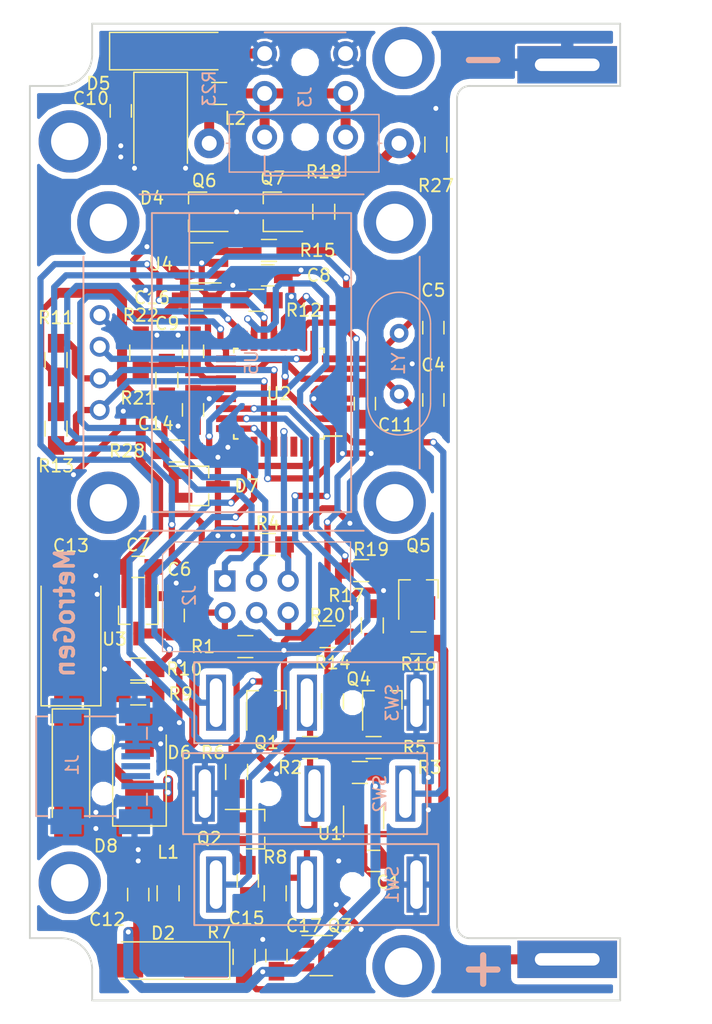
<source format=kicad_pcb>
(kicad_pcb (version 4) (host pcbnew 4.0.7)
  (layers (0 F.Cu signal) (31 B.Cu signal) (34 B.Paste user) (35 F.Paste user) (36 B.SilkS user) (37 F.SilkS user) (38 B.Mask user) (39 F.Mask user) (44 Edge.Cuts user))
  (net 0 "")
  (net 1 GNDD)
  (net 2 VBAT)
  (net 3 "Net-(C4-Pad1)")
  (net 4 "Net-(C5-Pad1)")
  (net 5 /REG_IN)
  (net 6 +3V3)
  (net 7 "Net-(C8-Pad1)")
  (net 8 AREF/2)
  (net 9 "Net-(C10-Pad1)")
  (net 10 +5V)
  (net 11 AREF)
  (net 12 PWRON)
  (net 13 SDA)
  (net 14 SCL)
  (net 15 DISPLAY_PWR)
  (net 16 /VBUS)
  (net 17 "Net-(J1-Pad2)")
  (net 18 "Net-(J1-Pad3)")
  (net 19 "Net-(J1-Pad4)")
  (net 20 MISO)
  (net 21 SCK)
  (net 22 MOSI)
  (net 23 RES)
  (net 24 "Net-(J3-Pad1)")
  (net 25 RX)
  (net 26 TX)
  (net 27 "Net-(Q1-Pad1)")
  (net 28 STAT)
  (net 29 "Net-(Q2-Pad1)")
  (net 30 "Net-(Q3-Pad1)")
  (net 31 "Net-(Q3-Pad4)")
  (net 32 "Net-(Q4-Pad1)")
  (net 33 "Net-(Q4-Pad3)")
  (net 34 "Net-(Q5-Pad1)")
  (net 35 "Net-(Q5-Pad3)")
  (net 36 "Net-(Q6-Pad1)")
  (net 37 "Net-(Q6-Pad2)")
  (net 38 "Net-(R2-Pad1)")
  (net 39 "Net-(R5-Pad1)")
  (net 40 PWR_HOLD)
  (net 41 EXT_PWR)
  (net 42 PWM)
  (net 43 DIV_EN)
  (net 44 "Net-(R15-Pad2)")
  (net 45 VBAT_CTRL)
  (net 46 AREF_EN)
  (net 47 BTN1)
  (net 48 BTN2)
  (net 49 BTN3)
  (module Crystals:Crystal_HC49-4H_Vertical (layer B.Cu) (at 103.45 90.525 90)
    (fp_text reference Y1 (at 2.425 -0.05 90) (layer B.SilkS) (effects (justify mirror)))
    (fp_text value 12MHz)
    (pad 1 thru_hole circle (at 0 0 90) (size 1.5 1.5) (drill 0.8) (layers *.Cu *.Mask) (net 3 "Net-(C4-Pad1)"))
    (pad 2 thru_hole circle (at 4.88 0 90) (size 1.5 1.5) (drill 0.8) (layers *.Cu *.Mask) (net 4 "Net-(C5-Pad1)"))
  )
  (module Capacitors_SMD:C_0805_HandSoldering (layer F.Cu) (at 101.4 128 180)
    (fp_text reference C1 (at -1.2 -1.7 180) (layer F.SilkS))
    (fp_text value 1uF)
    (pad 1 smd rect (at -1.25 0 180) (size 1.5 1.25) (layers F.Cu F.Paste F.Mask) (net 2 VBAT))
    (pad 2 smd rect (at 1.25 0 180) (size 1.5 1.25) (layers F.Cu F.Paste F.Mask) (net 1 GNDD))
  )
  (module Capacitors_SMD:C_0805_HandSoldering (layer F.Cu) (at 106.2 91 90)
    (fp_text reference C4 (at 2.8 0 180) (layer F.SilkS))
    (fp_text value 22pF)
    (pad 1 smd rect (at -1.25 0 90) (size 1.5 1.25) (layers F.Cu F.Paste F.Mask) (net 3 "Net-(C4-Pad1)"))
    (pad 2 smd rect (at 1.25 0 90) (size 1.5 1.25) (layers F.Cu F.Paste F.Mask) (net 1 GNDD))
  )
  (module Capacitors_SMD:C_0805_HandSoldering (layer F.Cu) (at 106.2 85.2 270)
    (fp_text reference C5 (at -3 0 360) (layer F.SilkS))
    (fp_text value 22pF)
    (pad 1 smd rect (at -1.25 0 270) (size 1.5 1.25) (layers F.Cu F.Paste F.Mask) (net 4 "Net-(C5-Pad1)"))
    (pad 2 smd rect (at 1.25 0 270) (size 1.5 1.25) (layers F.Cu F.Paste F.Mask) (net 1 GNDD))
  )
  (module Capacitors_SMD:C_0805_HandSoldering (layer F.Cu) (at 85.35 108.3 90)
    (fp_text reference C6 (at 3.7 0.45 180) (layer F.SilkS))
    (fp_text value 1uF)
    (pad 1 smd rect (at -1.25 0 90) (size 1.5 1.25) (layers F.Cu F.Paste F.Mask) (net 5 /REG_IN))
    (pad 2 smd rect (at 1.25 0 90) (size 1.5 1.25) (layers F.Cu F.Paste F.Mask) (net 1 GNDD))
  )
  (module Capacitors_SMD:C_0805_HandSoldering (layer F.Cu) (at 82.5 104.4)
    (fp_text reference C7 (at 0 -1.75) (layer F.SilkS))
    (fp_text value 1uF)
    (pad 1 smd rect (at -1.25 0) (size 1.5 1.25) (layers F.Cu F.Paste F.Mask) (net 6 +3V3))
    (pad 2 smd rect (at 1.25 0) (size 1.5 1.25) (layers F.Cu F.Paste F.Mask) (net 1 GNDD))
  )
  (module Capacitors_SMD:C_0805_HandSoldering (layer F.Cu) (at 92.9 81)
    (fp_text reference C8 (at 4.1 0) (layer F.SilkS))
    (fp_text value 0.1uF)
    (pad 1 smd rect (at -1.25 0) (size 1.5 1.25) (layers F.Cu F.Paste F.Mask) (net 7 "Net-(C8-Pad1)"))
    (pad 2 smd rect (at 1.25 0) (size 1.5 1.25) (layers F.Cu F.Paste F.Mask) (net 1 GNDD))
  )
  (module Capacitors_SMD:C_0805_HandSoldering (layer F.Cu) (at 86.9 87.1 90)
    (fp_text reference C9 (at 2.225 -2.075 180) (layer F.SilkS))
    (fp_text value 1nF)
    (pad 1 smd rect (at -1.25 0 90) (size 1.5 1.25) (layers F.Cu F.Paste F.Mask) (net 8 AREF/2))
    (pad 2 smd rect (at 1.25 0 90) (size 1.5 1.25) (layers F.Cu F.Paste F.Mask) (net 1 GNDD))
  )
  (module Capacitors_SMD:C_0805_HandSoldering (layer F.Cu) (at 81.1 67.8 270)
    (fp_text reference C10 (at -1 2.4 360) (layer F.SilkS))
    (fp_text value 1nF)
    (pad 1 smd rect (at -1.25 0 270) (size 1.5 1.25) (layers F.Cu F.Paste F.Mask) (net 9 "Net-(C10-Pad1)"))
    (pad 2 smd rect (at 1.25 0 270) (size 1.5 1.25) (layers F.Cu F.Paste F.Mask) (net 1 GNDD))
  )
  (module Capacitors_SMD:C_0805_HandSoldering (layer F.Cu) (at 100.7 91.3 270)
    (fp_text reference C11 (at 1.7 -2.5 360) (layer F.SilkS))
    (fp_text value 0.1uF)
    (pad 1 smd rect (at -1.25 0 270) (size 1.5 1.25) (layers F.Cu F.Paste F.Mask) (net 6 +3V3))
    (pad 2 smd rect (at 1.25 0 270) (size 1.5 1.25) (layers F.Cu F.Paste F.Mask) (net 1 GNDD))
  )
  (module Capacitors_SMD:C_0805_HandSoldering (layer F.Cu) (at 82.5 130.7 90)
    (fp_text reference C12 (at -2 -2.5 180) (layer F.SilkS))
    (fp_text value 0.1uF)
    (pad 1 smd rect (at -1.25 0 90) (size 1.5 1.25) (layers F.Cu F.Paste F.Mask) (net 10 +5V))
    (pad 2 smd rect (at 1.25 0 90) (size 1.5 1.25) (layers F.Cu F.Paste F.Mask) (net 1 GNDD))
  )
  (module Capacitors_Tantalum_SMD:CP_Tantalum_Case-D_EIA-7343-31_Hand (layer F.Cu) (at 77.1 109.6 90)
    (fp_text reference C13 (at 6.9 0 180) (layer F.SilkS))
    (fp_text value 100uF)
    (pad 1 smd rect (at -3.775 0 90) (size 3.75 2.7) (layers F.Cu F.Paste F.Mask) (net 10 +5V))
    (pad 2 smd rect (at 3.775 0 90) (size 3.75 2.7) (layers F.Cu F.Paste F.Mask) (net 1 GNDD))
  )
  (module Capacitors_SMD:C_0805_HandSoldering (layer F.Cu) (at 86.9 91.8 270)
    (fp_text reference C14 (at 1.1 3 360) (layer F.SilkS))
    (fp_text value 1nF)
    (pad 1 smd rect (at -1.25 0 270) (size 1.5 1.25) (layers F.Cu F.Paste F.Mask) (net 11 AREF))
    (pad 2 smd rect (at 1.25 0 270) (size 1.5 1.25) (layers F.Cu F.Paste F.Mask) (net 1 GNDD))
  )
  (module Capacitors_SMD:C_0805_HandSoldering (layer F.Cu) (at 91.3 129.6 90)
    (fp_text reference C15 (at -3 -0.1 180) (layer F.SilkS))
    (fp_text value 0.1uF)
    (pad 1 smd rect (at -1.25 0 90) (size 1.5 1.25) (layers F.Cu F.Paste F.Mask) (net 12 PWRON))
    (pad 2 smd rect (at 1.25 0 90) (size 1.5 1.25) (layers F.Cu F.Paste F.Mask) (net 1 GNDD))
  )
  (module Capacitors_SMD:C_0805_HandSoldering (layer F.Cu) (at 87.2 83)
    (fp_text reference C16 (at -3.6 -0.2) (layer F.SilkS))
    (fp_text value 0.1uF)
    (pad 1 smd rect (at -1.25 0) (size 1.5 1.25) (layers F.Cu F.Paste F.Mask) (net 6 +3V3))
    (pad 2 smd rect (at 1.25 0) (size 1.5 1.25) (layers F.Cu F.Paste F.Mask) (net 1 GNDD))
  )
  (module Capacitors_SMD:C_0805_HandSoldering (layer F.Cu) (at 93.6 135.6 90)
    (fp_text reference C17 (at 2.4 2.2 180) (layer F.SilkS))
    (fp_text value 0.1uF)
    (pad 1 smd rect (at -1.25 0 90) (size 1.5 1.25) (layers F.Cu F.Paste F.Mask) (net 10 +5V))
    (pad 2 smd rect (at 1.25 0 90) (size 1.5 1.25) (layers F.Cu F.Paste F.Mask) (net 1 GNDD))
  )
  (module Diodes_SMD:D_MELF_Handsoldering (layer F.Cu) (at 84.55 136 180)
    (fp_text reference D2 (at 0.05 2.2 180) (layer F.SilkS))
    (fp_text value SM4007)
    (pad 1 smd rect (at -3.4 0 180) (size 3.5 2.7) (layers F.Cu F.Paste F.Mask) (net 5 /REG_IN))
    (pad 2 smd rect (at 3.4 0 180) (size 3.5 2.7) (layers F.Cu F.Paste F.Mask) (net 10 +5V))
  )
  (module Diodes_SMD:D_SMB_Handsoldering (layer F.Cu) (at 84.3 69.3 270)
    (fp_text reference D4 (at 5.5 0.7 360) (layer F.SilkS))
    (fp_text value SM6T6V8CA)
    (pad 1 smd rect (at -2.7 0 270) (size 3.5 2.3) (layers F.Cu F.Paste F.Mask) (net 9 "Net-(C10-Pad1)"))
    (pad 2 smd rect (at 2.7 0 270) (size 3.5 2.3) (layers F.Cu F.Paste F.Mask) (net 1 GNDD))
  )
  (module Diodes_SMD:D_MELF_Handsoldering (layer F.Cu) (at 85.5 63)
    (fp_text reference D5 (at -6.2 2.6) (layer F.SilkS))
    (fp_text value DL4734)
    (pad 1 smd rect (at -3.4 0) (size 3.5 2.7) (layers F.Cu F.Paste F.Mask) (net 9 "Net-(C10-Pad1)"))
    (pad 2 smd rect (at 3.4 0) (size 3.5 2.7) (layers F.Cu F.Paste F.Mask) (net 1 GNDD))
  )
  (module Diodes_SMD:D_SMB_Handsoldering (layer F.Cu) (at 82.6 120.6 90)
    (fp_text reference D6 (at 1.3 3.2 180) (layer F.SilkS))
    (fp_text value SM6T6V8CA)
    (pad 1 smd rect (at -2.7 0 90) (size 3.5 2.3) (layers F.Cu F.Paste F.Mask) (net 10 +5V))
    (pad 2 smd rect (at 2.7 0 90) (size 3.5 2.3) (layers F.Cu F.Paste F.Mask) (net 1 GNDD))
  )
  (module TO_SOT_Packages_SMD:SOT-23_Handsoldering (layer F.Cu) (at 87.4 97.9)
    (fp_text reference D7 (at 3.8 0) (layer F.SilkS))
    (fp_text value TL431)
    (pad 1 smd rect (at -1.5 -0.95) (size 1.9 0.8) (layers F.Cu F.Paste F.Mask) (net 11 AREF))
    (pad 2 smd rect (at -1.5 0.95) (size 1.9 0.8) (layers F.Cu F.Paste F.Mask) (net 11 AREF))
    (pad 3 smd rect (at 1.5 0) (size 1.9 0.8) (layers F.Cu F.Paste F.Mask) (net 1 GNDD))
  )
  (module Diodes_SMD:D_MELF_Handsoldering (layer F.Cu) (at 77.1 121.1 270)
    (fp_text reference D8 (at 5.7 -2.8 360) (layer F.SilkS))
    (fp_text value DL4734)
    (pad 1 smd rect (at -3.4 0 270) (size 3.5 2.7) (layers F.Cu F.Paste F.Mask) (net 10 +5V))
    (pad 2 smd rect (at 3.4 0 270) (size 3.5 2.7) (layers F.Cu F.Paste F.Mask) (net 1 GNDD))
  )
  (module MyFootprints:Audio_Jack_3.5 (layer B.Cu) (at 95.9 63.9)
    (fp_text reference J3 (at 0 2.8 90) (layer B.SilkS) (effects (justify mirror)))
    (fp_text value ST-033)
    (pad 3 thru_hole circle (at 3.25 -0.7) (size 2 2) (drill 1.2) (layers *.Cu *.Mask) (net 1 GNDD))
    (pad 2 thru_hole circle (at 3.25 2.5) (size 2 2) (drill 1.2) (layers *.Cu *.Mask) (net 24 "Net-(J3-Pad1)"))
    (pad 1 thru_hole circle (at 3.25 6) (size 2 2) (drill 1.2) (layers *.Cu *.Mask) (net 24 "Net-(J3-Pad1)"))
    (pad 3 thru_hole circle (at -3.25 -0.7) (size 2 2) (drill 1.2) (layers *.Cu *.Mask) (net 1 GNDD))
    (pad 2 thru_hole circle (at -3.25 2.5) (size 2 2) (drill 1.2) (layers *.Cu *.Mask) (net 24 "Net-(J3-Pad1)"))
    (pad "" np_thru_hole circle (at 0 6) (size 1.2 1.2) (drill 1.2) (layers *.Cu *.Mask))
    (pad "" np_thru_hole circle (at 0 0) (size 1.2 1.2) (drill 1.2) (layers *.Cu *.Mask))
    (pad 1 thru_hole circle (at -3.25 6) (size 2 2) (drill 1.2) (layers *.Cu *.Mask) (net 24 "Net-(J3-Pad1)"))
  )
  (module Inductors_SMD:L_0805_HandSoldering (layer F.Cu) (at 84.9 130.6 90)
    (fp_text reference L1 (at 3.3 0 180) (layer F.SilkS))
    (fp_text value BLM21PG331SN1D)
    (pad 1 smd rect (at -1.35 0 90) (size 1.5 1.3) (layers F.Cu F.Paste F.Mask) (net 10 +5V))
    (pad 2 smd rect (at 1.35 0 90) (size 1.5 1.3) (layers F.Cu F.Paste F.Mask) (net 16 /VBUS))
  )
  (module Inductors_SMD:L_0805_HandSoldering (layer F.Cu) (at 89 66.4 180)
    (fp_text reference L2 (at -1.3 -2 180) (layer F.SilkS))
    (fp_text value BLM21PG331SN1D)
    (pad 1 smd rect (at -1.35 0 180) (size 1.5 1.3) (layers F.Cu F.Paste F.Mask) (net 24 "Net-(J3-Pad1)"))
    (pad 2 smd rect (at 1.35 0 180) (size 1.5 1.3) (layers F.Cu F.Paste F.Mask) (net 9 "Net-(C10-Pad1)"))
  )
  (module TO_SOT_Packages_SMD:SOT-23_Handsoldering (layer F.Cu) (at 91.9 125.45)
    (fp_text reference Q2 (at -3.7 0.75) (layer F.SilkS))
    (fp_text value BC817)
    (pad 1 smd rect (at -1.5 -0.95) (size 1.9 0.8) (layers F.Cu F.Paste F.Mask) (net 29 "Net-(Q2-Pad1)"))
    (pad 2 smd rect (at -1.5 0.95) (size 1.9 0.8) (layers F.Cu F.Paste F.Mask) (net 1 GNDD))
    (pad 3 smd rect (at 1.5 0) (size 1.9 0.8) (layers F.Cu F.Paste F.Mask) (net 12 PWRON))
  )
  (module TO_SOT_Packages_SMD:SOT-23_Handsoldering (layer F.Cu) (at 102.1 115.1 90)
    (fp_text reference Q4 (at 1.7 -1.9 180) (layer F.SilkS))
    (fp_text value BC817)
    (pad 1 smd rect (at -1.5 -0.95 90) (size 1.9 0.8) (layers F.Cu F.Paste F.Mask) (net 32 "Net-(Q4-Pad1)"))
    (pad 2 smd rect (at -1.5 0.95 90) (size 1.9 0.8) (layers F.Cu F.Paste F.Mask) (net 1 GNDD))
    (pad 3 smd rect (at 1.5 0 90) (size 1.9 0.8) (layers F.Cu F.Paste F.Mask) (net 33 "Net-(Q4-Pad3)"))
  )
  (module TO_SOT_Packages_SMD:SOT-23_Handsoldering (layer F.Cu) (at 105 106.2 90)
    (fp_text reference Q5 (at 3.5 0 180) (layer F.SilkS))
    (fp_text value BC807)
    (pad 1 smd rect (at -1.5 -0.95 90) (size 1.9 0.8) (layers F.Cu F.Paste F.Mask) (net 34 "Net-(Q5-Pad1)"))
    (pad 2 smd rect (at -1.5 0.95 90) (size 1.9 0.8) (layers F.Cu F.Paste F.Mask) (net 2 VBAT))
    (pad 3 smd rect (at 1.5 0 90) (size 1.9 0.8) (layers F.Cu F.Paste F.Mask) (net 35 "Net-(Q5-Pad3)"))
  )
  (module TO_SOT_Packages_SMD:SOT-23_Handsoldering (layer F.Cu) (at 87.3 75.9 180)
    (fp_text reference Q6 (at -0.5 2.5 180) (layer F.SilkS))
    (fp_text value BC817)
    (pad 1 smd rect (at -1.5 -0.95 180) (size 1.9 0.8) (layers F.Cu F.Paste F.Mask) (net 36 "Net-(Q6-Pad1)"))
    (pad 2 smd rect (at -1.5 0.95 180) (size 1.9 0.8) (layers F.Cu F.Paste F.Mask) (net 37 "Net-(Q6-Pad2)"))
    (pad 3 smd rect (at 1.5 0 180) (size 1.9 0.8) (layers F.Cu F.Paste F.Mask) (net 6 +3V3))
  )
  (module TO_SOT_Packages_SMD:SOT-23_Handsoldering (layer F.Cu) (at 93.3 75.9 180)
    (fp_text reference Q7 (at 0 2.7 180) (layer F.SilkS))
    (fp_text value BC807)
    (pad 1 smd rect (at -1.5 -0.95 180) (size 1.9 0.8) (layers F.Cu F.Paste F.Mask) (net 36 "Net-(Q6-Pad1)"))
    (pad 2 smd rect (at -1.5 0.95 180) (size 1.9 0.8) (layers F.Cu F.Paste F.Mask) (net 37 "Net-(Q6-Pad2)"))
    (pad 3 smd rect (at 1.5 0 180) (size 1.9 0.8) (layers F.Cu F.Paste F.Mask) (net 1 GNDD))
  )
  (module Resistors_SMD:R_0805_HandSoldering (layer F.Cu) (at 91.1 110.8)
    (fp_text reference R1 (at -3.4 0) (layer F.SilkS))
    (fp_text value 10k)
    (pad 1 smd rect (at -1.35 0) (size 1.5 1.3) (layers F.Cu F.Paste F.Mask) (net 6 +3V3))
    (pad 2 smd rect (at 1.35 0) (size 1.5 1.3) (layers F.Cu F.Paste F.Mask) (net 28 STAT))
  )
  (module Resistors_SMD:R_0805_HandSoldering (layer F.Cu) (at 96.3 118.9 180)
    (fp_text reference R2 (at 1.6 -1.6 180) (layer F.SilkS))
    (fp_text value 10k)
    (pad 1 smd rect (at -1.35 0 180) (size 1.5 1.3) (layers F.Cu F.Paste F.Mask) (net 38 "Net-(R2-Pad1)"))
    (pad 2 smd rect (at 1.35 0 180) (size 1.5 1.3) (layers F.Cu F.Paste F.Mask) (net 27 "Net-(Q1-Pad1)"))
  )
  (module Resistors_SMD:R_0805_HandSoldering (layer F.Cu) (at 100.3 120.9 180)
    (fp_text reference R3 (at -5.6 0.4 360) (layer F.SilkS))
    (fp_text value 10k)
    (pad 1 smd rect (at -1.35 0 180) (size 1.5 1.3) (layers F.Cu F.Paste F.Mask) (net 10 +5V))
    (pad 2 smd rect (at 1.35 0 180) (size 1.5 1.3) (layers F.Cu F.Paste F.Mask) (net 38 "Net-(R2-Pad1)"))
  )
  (module Resistors_SMD:R_0805_HandSoldering (layer F.Cu) (at 92.9 102.6 180)
    (fp_text reference R4 (at 0 1.7 180) (layer F.SilkS))
    (fp_text value 10k)
    (pad 1 smd rect (at -1.35 0 180) (size 1.5 1.3) (layers F.Cu F.Paste F.Mask) (net 23 RES))
    (pad 2 smd rect (at 1.35 0 180) (size 1.5 1.3) (layers F.Cu F.Paste F.Mask) (net 6 +3V3))
  )
  (module Resistors_SMD:R_0805_HandSoldering (layer F.Cu) (at 101.4 118.9)
    (fp_text reference R5 (at 3.3 0) (layer F.SilkS))
    (fp_text value 10k)
    (pad 1 smd rect (at -1.35 0) (size 1.5 1.3) (layers F.Cu F.Paste F.Mask) (net 39 "Net-(R5-Pad1)"))
    (pad 2 smd rect (at 1.35 0) (size 1.5 1.3) (layers F.Cu F.Paste F.Mask) (net 1 GNDD))
  )
  (module Resistors_SMD:R_0805_HandSoldering (layer F.Cu) (at 90.4 120.85 90)
    (fp_text reference R6 (at 1.55 -1.9 180) (layer F.SilkS))
    (fp_text value 10k)
    (pad 1 smd rect (at -1.35 0 90) (size 1.5 1.3) (layers F.Cu F.Paste F.Mask) (net 29 "Net-(Q2-Pad1)"))
    (pad 2 smd rect (at 1.35 0 90) (size 1.5 1.3) (layers F.Cu F.Paste F.Mask) (net 40 PWR_HOLD))
  )
  (module Resistors_SMD:R_0805_HandSoldering (layer F.Cu) (at 91 135.7 90)
    (fp_text reference R7 (at 2 -2 180) (layer F.SilkS))
    (fp_text value 100k)
    (pad 1 smd rect (at -1.35 0 90) (size 1.5 1.3) (layers F.Cu F.Paste F.Mask) (net 2 VBAT))
    (pad 2 smd rect (at 1.35 0 90) (size 1.5 1.3) (layers F.Cu F.Paste F.Mask) (net 30 "Net-(Q3-Pad1)"))
  )
  (module Resistors_SMD:R_0805_HandSoldering (layer F.Cu) (at 93.5 130.6 270)
    (fp_text reference R8 (at -2.9 0 360) (layer F.SilkS))
    (fp_text value 1k)
    (pad 1 smd rect (at -1.35 0 270) (size 1.5 1.3) (layers F.Cu F.Paste F.Mask) (net 12 PWRON))
    (pad 2 smd rect (at 1.35 0 270) (size 1.5 1.3) (layers F.Cu F.Paste F.Mask) (net 30 "Net-(Q3-Pad1)"))
  )
  (module Resistors_SMD:R_0805_HandSoldering (layer F.Cu) (at 82.5 114.6)
    (fp_text reference R9 (at 3.4 0) (layer F.SilkS))
    (fp_text value 10k)
    (pad 1 smd rect (at -1.35 0) (size 1.5 1.3) (layers F.Cu F.Paste F.Mask) (net 10 +5V))
    (pad 2 smd rect (at 1.35 0) (size 1.5 1.3) (layers F.Cu F.Paste F.Mask) (net 41 EXT_PWR))
  )
  (module Resistors_SMD:R_0805_HandSoldering (layer F.Cu) (at 82.5 112.6 180)
    (fp_text reference R10 (at -3.7 0 180) (layer F.SilkS))
    (fp_text value 10k)
    (pad 1 smd rect (at -1.35 0 180) (size 1.5 1.3) (layers F.Cu F.Paste F.Mask) (net 41 EXT_PWR))
    (pad 2 smd rect (at 1.35 0 180) (size 1.5 1.3) (layers F.Cu F.Paste F.Mask) (net 1 GNDD))
  )
  (module Resistors_SMD:R_0805_HandSoldering (layer F.Cu) (at 75.9 87.8 90)
    (fp_text reference R11 (at 3.4 0 180) (layer F.SilkS))
    (fp_text value 10k)
    (pad 1 smd rect (at -1.35 0 90) (size 1.5 1.3) (layers F.Cu F.Paste F.Mask) (net 6 +3V3))
    (pad 2 smd rect (at 1.35 0 90) (size 1.5 1.3) (layers F.Cu F.Paste F.Mask) (net 14 SCL))
  )
  (module Resistors_SMD:R_0805_HandSoldering (layer F.Cu) (at 92 83)
    (fp_text reference R12 (at 3.8 0.8) (layer F.SilkS))
    (fp_text value 10k)
    (pad 1 smd rect (at -1.35 0) (size 1.5 1.3) (layers F.Cu F.Paste F.Mask) (net 7 "Net-(C8-Pad1)"))
    (pad 2 smd rect (at 1.35 0) (size 1.5 1.3) (layers F.Cu F.Paste F.Mask) (net 42 PWM))
  )
  (module Resistors_SMD:R_0805_HandSoldering (layer F.Cu) (at 75.9 93.3 270)
    (fp_text reference R13 (at 3 0 360) (layer F.SilkS))
    (fp_text value 10k)
    (pad 1 smd rect (at -1.35 0 270) (size 1.5 1.3) (layers F.Cu F.Paste F.Mask) (net 6 +3V3))
    (pad 2 smd rect (at 1.35 0 270) (size 1.5 1.3) (layers F.Cu F.Paste F.Mask) (net 13 SDA))
  )
  (module Resistors_SMD:R_0805_HandSoldering (layer F.Cu) (at 98.1 115.2 90)
    (fp_text reference R14 (at 3.1 0 180) (layer F.SilkS))
    (fp_text value 10k)
    (pad 1 smd rect (at -1.35 0 90) (size 1.5 1.3) (layers F.Cu F.Paste F.Mask) (net 32 "Net-(Q4-Pad1)"))
    (pad 2 smd rect (at 1.35 0 90) (size 1.5 1.3) (layers F.Cu F.Paste F.Mask) (net 43 DIV_EN))
  )
  (module Resistors_SMD:R_0805_HandSoldering (layer F.Cu) (at 93 79 180)
    (fp_text reference R15 (at -3.9 0 180) (layer F.SilkS))
    (fp_text value 10k)
    (pad 1 smd rect (at -1.35 0 180) (size 1.5 1.3) (layers F.Cu F.Paste F.Mask) (net 37 "Net-(Q6-Pad2)"))
    (pad 2 smd rect (at 1.35 0 180) (size 1.5 1.3) (layers F.Cu F.Paste F.Mask) (net 44 "Net-(R15-Pad2)"))
  )
  (module Resistors_SMD:R_0805_HandSoldering (layer F.Cu) (at 105 110.5 180)
    (fp_text reference R16 (at 0 -1.7 180) (layer F.SilkS))
    (fp_text value 10k)
    (pad 1 smd rect (at -1.35 0 180) (size 1.5 1.3) (layers F.Cu F.Paste F.Mask) (net 2 VBAT))
    (pad 2 smd rect (at 1.35 0 180) (size 1.5 1.3) (layers F.Cu F.Paste F.Mask) (net 34 "Net-(Q5-Pad1)"))
  )
  (module Resistors_SMD:R_0805_HandSoldering (layer F.Cu) (at 101.3 109.1 270)
    (fp_text reference R17 (at -2.4 2.1 360) (layer F.SilkS))
    (fp_text value 10k)
    (pad 1 smd rect (at -1.35 0 270) (size 1.5 1.3) (layers F.Cu F.Paste F.Mask) (net 34 "Net-(Q5-Pad1)"))
    (pad 2 smd rect (at 1.35 0 270) (size 1.5 1.3) (layers F.Cu F.Paste F.Mask) (net 33 "Net-(Q4-Pad3)"))
  )
  (module Resistors_SMD:R_0805_HandSoldering (layer F.Cu) (at 97.4 75.9 270)
    (fp_text reference R18 (at -3.2 0 360) (layer F.SilkS))
    (fp_text value 10k)
    (pad 1 smd rect (at -1.35 0 270) (size 1.5 1.3) (layers F.Cu F.Paste F.Mask) (net 37 "Net-(Q6-Pad2)"))
    (pad 2 smd rect (at 1.35 0 270) (size 1.5 1.3) (layers F.Cu F.Paste F.Mask) (net 36 "Net-(Q6-Pad1)"))
  )
  (module Resistors_SMD:R_0805_HandSoldering (layer F.Cu) (at 100.4 104.7 180)
    (fp_text reference R19 (at -0.8 1.7 180) (layer F.SilkS))
    (fp_text value 10k)
    (pad 1 smd rect (at -1.35 0 180) (size 1.5 1.3) (layers F.Cu F.Paste F.Mask) (net 35 "Net-(Q5-Pad3)"))
    (pad 2 smd rect (at 1.35 0 180) (size 1.5 1.3) (layers F.Cu F.Paste F.Mask) (net 45 VBAT_CTRL))
  )
  (module Resistors_SMD:R_0805_HandSoldering (layer F.Cu) (at 97.7 110 180)
    (fp_text reference R20 (at 0 1.7 180) (layer F.SilkS))
    (fp_text value 10k)
    (pad 1 smd rect (at -1.35 0 180) (size 1.5 1.3) (layers F.Cu F.Paste F.Mask) (net 45 VBAT_CTRL))
    (pad 2 smd rect (at 1.35 0 180) (size 1.5 1.3) (layers F.Cu F.Paste F.Mask) (net 1 GNDD))
  )
  (module Resistors_SMD:R_0805_HandSoldering (layer F.Cu) (at 84.8 89.4 90)
    (fp_text reference R21 (at -1.45 -2.3 180) (layer F.SilkS))
    (fp_text value 10k)
    (pad 1 smd rect (at -1.35 0 90) (size 1.5 1.3) (layers F.Cu F.Paste F.Mask) (net 11 AREF))
    (pad 2 smd rect (at 1.35 0 90) (size 1.5 1.3) (layers F.Cu F.Paste F.Mask) (net 8 AREF/2))
  )
  (module Resistors_SMD:R_0805_HandSoldering (layer F.Cu) (at 82.7 87.2 90)
    (fp_text reference R22 (at 3 0 360) (layer F.SilkS))
    (fp_text value 10k)
    (pad 1 smd rect (at -1.35 0 90) (size 1.5 1.3) (layers F.Cu F.Paste F.Mask) (net 8 AREF/2))
    (pad 2 smd rect (at 1.35 0 90) (size 1.5 1.3) (layers F.Cu F.Paste F.Mask) (net 1 GNDD))
  )
  (module Resistors_THT:R_Axial_DIN0414_L11.9mm_D4.5mm_P15.24mm_Horizontal (layer B.Cu) (at 88.2 70.4)
    (fp_text reference R23 (at 0 -4.4 90) (layer B.SilkS) (effects (justify mirror)))
    (fp_text value 100)
    (pad 1 thru_hole circle (at 0 0) (size 2.4 2.4) (drill 1.2) (layers *.Cu *.Mask) (net 9 "Net-(C10-Pad1)"))
    (pad 2 thru_hole oval (at 15.24 0) (size 2.4 2.4) (drill 1.2) (layers *.Cu *.Mask) (net 37 "Net-(Q6-Pad2)"))
  )
  (module Resistors_SMD:R_0805_HandSoldering (layer F.Cu) (at 106.4 70.5 90)
    (fp_text reference R27 (at -3.3 0 180) (layer F.SilkS))
    (fp_text value 10k)
    (pad 1 smd rect (at -1.35 0 90) (size 1.5 1.3) (layers F.Cu F.Paste F.Mask) (net 37 "Net-(Q6-Pad2)"))
    (pad 2 smd rect (at 1.35 0 90) (size 1.5 1.3) (layers F.Cu F.Paste F.Mask) (net 1 GNDD))
  )
  (module Resistors_SMD:R_0805_HandSoldering (layer F.Cu) (at 85.6 95.1)
    (fp_text reference R28 (at -4 0) (layer F.SilkS))
    (fp_text value 1k)
    (pad 1 smd rect (at -1.35 0) (size 1.5 1.3) (layers F.Cu F.Paste F.Mask) (net 11 AREF))
    (pad 2 smd rect (at 1.35 0) (size 1.5 1.3) (layers F.Cu F.Paste F.Mask) (net 46 AREF_EN))
  )
  (module MyFootprints:SM5-00N-115 (layer B.Cu) (at 99.7 129.9 270)
    (fp_text reference SW1 (at 0 -3.2 270) (layer B.SilkS) (effects (justify mirror)))
    (fp_text value MSW-11)
    (pad 1 thru_hole rect (at 0 10.95 270) (size 4.5 1.6) (drill oval 3.9 1) (layers *.Cu *.Mask) (net 47 BTN1))
    (pad 2 thru_hole rect (at 0 -5.15 270) (size 4.5 1.6) (drill oval 3.9 1) (layers *.Cu *.Mask) (net 1 GNDD))
    (pad 3 thru_hole rect (at 0 3.65 270) (size 4.5 1.6) (drill oval 3.9 1) (layers *.Cu *.Mask) (net 12 PWRON))
    (pad "" np_thru_hole circle (at 0 0 270) (size 1 1) (drill 1) (layers *.Cu *.Mask))
  )
  (module MyFootprints:SM5-00N-115 (layer B.Cu) (at 93 122.6 90)
    (fp_text reference SW2 (at 0 8.9 270) (layer B.SilkS) (effects (justify mirror)))
    (fp_text value MSW-11)
    (pad 1 thru_hole rect (at 0 10.95 90) (size 4.5 1.6) (drill oval 3.9 1) (layers *.Cu *.Mask) (net 48 BTN2))
    (pad 2 thru_hole rect (at 0 -5.15 90) (size 4.5 1.6) (drill oval 3.9 1) (layers *.Cu *.Mask) (net 1 GNDD))
    (pad 3 thru_hole rect (at 0 3.65 90) (size 4.5 1.6) (drill oval 3.9 1) (layers *.Cu *.Mask) (net 12 PWRON))
    (pad "" np_thru_hole circle (at 0 0 90) (size 1 1) (drill 1) (layers *.Cu *.Mask))
  )
  (module MyFootprints:SM5-00N-115 (layer B.Cu) (at 99.7 115.3 270)
    (fp_text reference SW3 (at 0 -3.2 270) (layer B.SilkS) (effects (justify mirror)))
    (fp_text value MSW-11)
    (pad 1 thru_hole rect (at 0 10.95 270) (size 4.5 1.6) (drill oval 3.9 1) (layers *.Cu *.Mask) (net 49 BTN3))
    (pad 2 thru_hole rect (at 0 -5.15 270) (size 4.5 1.6) (drill oval 3.9 1) (layers *.Cu *.Mask) (net 1 GNDD))
    (pad 3 thru_hole rect (at 0 3.65 270) (size 4.5 1.6) (drill oval 3.9 1) (layers *.Cu *.Mask) (net 12 PWRON))
    (pad "" np_thru_hole circle (at 0 0 270) (size 1 1) (drill 1) (layers *.Cu *.Mask))
  )
  (module TO_SOT_Packages_SMD:SOT-23-5_HandSoldering (layer F.Cu) (at 100.6 124.5 90)
    (fp_text reference U1 (at -1.3 -2.7 180) (layer F.SilkS))
    (fp_text value MCP73831/2)
    (pad 1 smd rect (at -1.35 -0.95 90) (size 1.56 0.65) (layers F.Cu F.Paste F.Mask) (net 38 "Net-(R2-Pad1)"))
    (pad 2 smd rect (at -1.35 0 90) (size 1.56 0.65) (layers F.Cu F.Paste F.Mask) (net 1 GNDD))
    (pad 3 smd rect (at -1.35 0.95 90) (size 1.56 0.65) (layers F.Cu F.Paste F.Mask) (net 2 VBAT))
    (pad 4 smd rect (at 1.35 0.95 90) (size 1.56 0.65) (layers F.Cu F.Paste F.Mask) (net 10 +5V))
    (pad 5 smd rect (at 1.35 -0.95 90) (size 1.56 0.65) (layers F.Cu F.Paste F.Mask) (net 39 "Net-(R5-Pad1)"))
  )
  (module Housings_QFP:TQFP-32_7x7mm_Pitch0.8mm (layer F.Cu) (at 93.8 90.5 180)
    (fp_text reference U2 (at 0 0 180) (layer F.SilkS))
    (fp_text value ATMEGA328P-AU)
    (pad 1 smd rect (at -4.25 -2.8 180) (size 1.6 0.55) (layers F.Cu F.Paste F.Mask) (net 48 BTN2))
    (pad 2 smd rect (at -4.25 -2 180) (size 1.6 0.55) (layers F.Cu F.Paste F.Mask) (net 15 DISPLAY_PWR))
    (pad 3 smd rect (at -4.25 -1.2 180) (size 1.6 0.55) (layers F.Cu F.Paste F.Mask) (net 1 GNDD))
    (pad 4 smd rect (at -4.25 -0.4 180) (size 1.6 0.55) (layers F.Cu F.Paste F.Mask) (net 6 +3V3))
    (pad 5 smd rect (at -4.25 0.4 180) (size 1.6 0.55) (layers F.Cu F.Paste F.Mask) (net 1 GNDD))
    (pad 6 smd rect (at -4.25 1.2 180) (size 1.6 0.55) (layers F.Cu F.Paste F.Mask) (net 6 +3V3))
    (pad 7 smd rect (at -4.25 2 180) (size 1.6 0.55) (layers F.Cu F.Paste F.Mask) (net 3 "Net-(C4-Pad1)"))
    (pad 8 smd rect (at -4.25 2.8 180) (size 1.6 0.55) (layers F.Cu F.Paste F.Mask) (net 4 "Net-(C5-Pad1)"))
    (pad 9 smd rect (at -2.8 4.25 270) (size 1.6 0.55) (layers F.Cu F.Paste F.Mask) (net 15 DISPLAY_PWR))
    (pad 10 smd rect (at -2 4.25 270) (size 1.6 0.55) (layers F.Cu F.Paste F.Mask) (net 43 DIV_EN))
    (pad 11 smd rect (at -1.2 4.25 270) (size 1.6 0.55) (layers F.Cu F.Paste F.Mask) (net 40 PWR_HOLD))
    (pad 12 smd rect (at -0.4 4.25 270) (size 1.6 0.55) (layers F.Cu F.Paste F.Mask) (net 46 AREF_EN))
    (pad 13 smd rect (at 0.4 4.25 270) (size 1.6 0.55) (layers F.Cu F.Paste F.Mask) (net 42 PWM))
    (pad 14 smd rect (at 1.2 4.25 270) (size 1.6 0.55) (layers F.Cu F.Paste F.Mask) (net 28 STAT))
    (pad 15 smd rect (at 2 4.25 270) (size 1.6 0.55) (layers F.Cu F.Paste F.Mask) (net 22 MOSI))
    (pad 16 smd rect (at 2.8 4.25 270) (size 1.6 0.55) (layers F.Cu F.Paste F.Mask) (net 20 MISO))
    (pad 17 smd rect (at 4.25 2.8 180) (size 1.6 0.55) (layers F.Cu F.Paste F.Mask) (net 21 SCK))
    (pad 18 smd rect (at 4.25 2 180) (size 1.6 0.55) (layers F.Cu F.Paste F.Mask) (net 6 +3V3))
    (pad 19 smd rect (at 4.25 1.2 180) (size 1.6 0.55) (layers F.Cu F.Paste F.Mask) (net 8 AREF/2))
    (pad 20 smd rect (at 4.25 0.4 180) (size 1.6 0.55) (layers F.Cu F.Paste F.Mask) (net 11 AREF))
    (pad 21 smd rect (at 4.25 -0.4 180) (size 1.6 0.55) (layers F.Cu F.Paste F.Mask) (net 1 GNDD))
    (pad 22 smd rect (at 4.25 -1.2 180) (size 1.6 0.55) (layers F.Cu F.Paste F.Mask) (net 45 VBAT_CTRL))
    (pad 23 smd rect (at 4.25 -2 180) (size 1.6 0.55) (layers F.Cu F.Paste F.Mask) (net 47 BTN1))
    (pad 24 smd rect (at 4.25 -2.8 180) (size 1.6 0.55) (layers F.Cu F.Paste F.Mask) (net 48 BTN2))
    (pad 25 smd rect (at 2.8 -4.25 270) (size 1.6 0.55) (layers F.Cu F.Paste F.Mask) (net 49 BTN3))
    (pad 26 smd rect (at 2 -4.25 270) (size 1.6 0.55) (layers F.Cu F.Paste F.Mask) (net 41 EXT_PWR))
    (pad 27 smd rect (at 1.2 -4.25 270) (size 1.6 0.55) (layers F.Cu F.Paste F.Mask) (net 13 SDA))
    (pad 28 smd rect (at 0.4 -4.25 270) (size 1.6 0.55) (layers F.Cu F.Paste F.Mask) (net 14 SCL))
    (pad 29 smd rect (at -0.4 -4.25 270) (size 1.6 0.55) (layers F.Cu F.Paste F.Mask) (net 23 RES))
    (pad 30 smd rect (at -1.2 -4.25 270) (size 1.6 0.55) (layers F.Cu F.Paste F.Mask) (net 25 RX))
    (pad 31 smd rect (at -2 -4.25 270) (size 1.6 0.55) (layers F.Cu F.Paste F.Mask) (net 26 TX))
    (pad 32 smd rect (at -2.8 -4.25 270) (size 1.6 0.55) (layers F.Cu F.Paste F.Mask) (net 41 EXT_PWR))
  )
  (module TO_SOT_Packages_SMD:SOT-23_Handsoldering (layer F.Cu) (at 82.5 108.25 270)
    (fp_text reference U3 (at 1.95 1.9 360) (layer F.SilkS))
    (fp_text value MCP1700-3302E)
    (pad 1 smd rect (at -1.5 -0.95 270) (size 1.9 0.8) (layers F.Cu F.Paste F.Mask) (net 1 GNDD))
    (pad 2 smd rect (at -1.5 0.95 270) (size 1.9 0.8) (layers F.Cu F.Paste F.Mask) (net 6 +3V3))
    (pad 3 smd rect (at 1.5 0 270) (size 1.9 0.8) (layers F.Cu F.Paste F.Mask) (net 5 /REG_IN))
  )
  (module TO_SOT_Packages_SMD:SOT-23-5_HandSoldering (layer F.Cu) (at 87.6 80 180)
    (fp_text reference U4 (at 3.3 -0.1 180) (layer F.SilkS))
    (fp_text value LMV321)
    (pad 1 smd rect (at -1.35 -0.95 180) (size 1.56 0.65) (layers F.Cu F.Paste F.Mask) (net 7 "Net-(C8-Pad1)"))
    (pad 2 smd rect (at -1.35 0 180) (size 1.56 0.65) (layers F.Cu F.Paste F.Mask) (net 1 GNDD))
    (pad 3 smd rect (at -1.35 0.95 180) (size 1.56 0.65) (layers F.Cu F.Paste F.Mask) (net 44 "Net-(R15-Pad2)"))
    (pad 4 smd rect (at 1.35 0.95 180) (size 1.56 0.65) (layers F.Cu F.Paste F.Mask) (net 36 "Net-(Q6-Pad1)"))
    (pad 5 smd rect (at 1.35 -0.95 180) (size 1.56 0.65) (layers F.Cu F.Paste F.Mask) (net 6 +3V3))
  )
  (module TO_SOT_Packages_SMD:SOT-23_Handsoldering (layer F.Cu) (at 92.8 115.1 90)
    (fp_text reference Q1 (at -3.4 0 180) (layer F.SilkS))
    (fp_text value BC817)
    (pad 1 smd rect (at -1.5 -0.95 90) (size 1.9 0.8) (layers F.Cu F.Paste F.Mask) (net 27 "Net-(Q1-Pad1)"))
    (pad 2 smd rect (at -1.5 0.95 90) (size 1.9 0.8) (layers F.Cu F.Paste F.Mask) (net 1 GNDD))
    (pad 3 smd rect (at 1.5 0 90) (size 1.9 0.8) (layers F.Cu F.Paste F.Mask) (net 28 STAT))
  )
  (module MyFootprints:SOT-23-6_HandSoldering (layer F.Cu) (at 97.2 135.6)
    (fp_text reference Q3 (at 1.5 -2.4) (layer F.SilkS))
    (fp_text value IRF5810TRPBF)
    (pad 5 smd rect (at 1.35 0) (size 1.56 0.65) (layers F.Cu F.Paste F.Mask) (net 2 VBAT))
    (pad 1 smd rect (at -1.35 -0.95) (size 1.56 0.65) (layers F.Cu F.Paste F.Mask) (net 30 "Net-(Q3-Pad1)"))
    (pad 2 smd rect (at -1.35 0) (size 1.56 0.65) (layers F.Cu F.Paste F.Mask) (net 5 /REG_IN))
    (pad 3 smd rect (at -1.35 0.95) (size 1.56 0.65) (layers F.Cu F.Paste F.Mask) (net 10 +5V))
    (pad 4 smd rect (at 1.35 0.95) (size 1.56 0.65) (layers F.Cu F.Paste F.Mask) (net 31 "Net-(Q3-Pad4)"))
    (pad 6 smd rect (at 1.35 -0.95) (size 1.56 0.65) (layers F.Cu F.Paste F.Mask) (net 31 "Net-(Q3-Pad4)"))
  )
  (module MyFootprints:Case_Adaptive_for_18650-3 (layer F.Cu) (at 100 100)
    (fp_text reference BT1)
    (fp_text value Li-ion)
    (fp_line (start 9.1 34.2) (end 21.2 34.2) (layer Edge.Cuts) (width 0.15))
    (fp_arc (start 9.1 33.2) (end 8.1 33.2) (angle -90) (layer Edge.Cuts) (width 0.15))
    (fp_arc (start 9.1 -33.2) (end 8.1 -33.2) (angle 90) (layer Edge.Cuts) (width 0.15))
    (fp_line (start 21.2 39.2) (end 21.2 34.2) (layer Edge.Cuts) (width 0.15))
    (fp_line (start -26.2 34.2) (end -23.7 34.2) (layer Edge.Cuts) (width 0.15))
    (fp_arc (start -23.7 36.7) (end -21.2 36.7) (angle -90) (layer Edge.Cuts) (width 0.15))
    (fp_line (start -21.2 39.2) (end -21.2 36.7) (layer Edge.Cuts) (width 0.15))
    (fp_line (start 21.2 -39.2) (end 21.2 -34.2) (layer Edge.Cuts) (width 0.15))
    (fp_line (start 9.1 -34.2) (end 21.2 -34.2) (layer Edge.Cuts) (width 0.15))
    (fp_line (start 8.1 -33.2) (end 8.1 33.2) (layer Edge.Cuts) (width 0.15))
    (fp_line (start -21.2 39.2) (end 21.2 39.2) (layer Edge.Cuts) (width 0.15))
    (fp_arc (start -23.7 -36.7) (end -21.2 -36.7) (angle 90) (layer Edge.Cuts) (width 0.15))
    (fp_line (start -26.2 -34.2) (end -23.7 -34.2) (layer Edge.Cuts) (width 0.15))
    (fp_line (start -21.2 -39.2) (end -21.2 -36.7) (layer Edge.Cuts) (width 0.15))
    (fp_line (start -26.2 -34.2) (end -26.2 34.2) (layer Edge.Cuts) (width 0.15))
    (fp_line (start -21.2 -39.2) (end 21.2 -39.2) (layer Edge.Cuts) (width 0.15))
    (pad "" thru_hole circle (at 3.8 -36.45) (size 5 5) (drill 3) (layers *.Cu *.Mask))
    (pad 1 thru_hole rect (at 16.95 35.9) (size 8 3) (drill oval 5.2 1) (layers *.Cu *.Mask) (net 2 VBAT))
    (pad "" thru_hole circle (at -23 29.75) (size 5 5) (drill 3) (layers *.Cu *.Mask))
    (pad "" thru_hole circle (at -23 -29.75) (size 5 5) (drill 3) (layers *.Cu *.Mask))
    (pad 2 thru_hole rect (at 16.95 -35.9) (size 8 3) (drill oval 5.2 1) (layers *.Cu *.Mask) (net 1 GNDD))
    (pad "" thru_hole circle (at 3.8 36.45) (size 5 5) (drill 3) (layers *.Cu *.Mask))
  )
  (module MyFootprints:AVR_ISP (layer B.Cu) (at 92 106.8 270)
    (fp_text reference J2 (at -0.1 5.4 450) (layer B.SilkS) (effects (justify mirror)))
    (fp_text value BH-06)
    (pad 1 thru_hole rect (at -1.27 2.54 270) (size 1.7 1.7) (drill 1) (layers *.Cu *.Mask) (net 20 MISO))
    (pad 2 thru_hole oval (at 1.27 2.54 270) (size 1.7 1.7) (drill 1) (layers *.Cu *.Mask) (net 6 +3V3))
    (pad 3 thru_hole oval (at -1.27 0 270) (size 1.7 1.7) (drill 1) (layers *.Cu *.Mask) (net 21 SCK))
    (pad 4 thru_hole oval (at 1.27 0 270) (size 1.7 1.7) (drill 1) (layers *.Cu *.Mask) (net 22 MOSI))
    (pad 5 thru_hole oval (at -1.27 -2.54 270) (size 1.7 1.7) (drill 1) (layers *.Cu *.Mask) (net 23 RES))
    (pad 6 thru_hole oval (at 1.27 -2.54 270) (size 1.7 1.7) (drill 1) (layers *.Cu *.Mask) (net 1 GNDD))
  )
  (module MyFootprints:Display_SSD1306 (layer B.Cu) (at 91.6 88 270)
    (fp_text reference U5 (at 0 0 450) (layer B.SilkS) (effects (justify mirror)))
    (fp_text value Display_I2C)
    (pad 4 thru_hole circle (at 3.81 12.2 270) (size 1.6 1.6) (drill 1) (layers *.Cu *.Mask) (net 13 SDA))
    (pad 1 thru_hole circle (at -3.81 12.2 270) (size 1.6 1.6) (drill 1) (layers *.Cu *.Mask) (net 1 GNDD))
    (pad 3 thru_hole circle (at 1.27 12.2 270) (size 1.6 1.6) (drill 1) (layers *.Cu *.Mask) (net 14 SCL))
    (pad "" thru_hole circle (at 11.25 -11.5 270) (size 5 5) (drill 3) (layers *.Cu *.Mask))
    (pad "" thru_hole circle (at -11.25 -11.5 270) (size 5 5) (drill 3) (layers *.Cu *.Mask))
    (pad "" thru_hole circle (at 11.25 11.5 270) (size 5 5) (drill 3) (layers *.Cu *.Mask))
    (pad "" thru_hole circle (at -11.25 11.5 270) (size 5 5) (drill 3) (layers *.Cu *.Mask))
    (pad 2 thru_hole circle (at -1.27 12.2 270) (size 1.6 1.6) (drill 1) (layers *.Cu *.Mask) (net 15 DISPLAY_PWR))
  )
  (module MyFootprints:USB_Mini-B (layer B.Cu) (at 79.5 120.4)
    (fp_text reference J1 (at -2.3 -0.1 90) (layer B.SilkS) (effects (justify mirror)))
    (fp_text value USB_OTG)
    (pad 1 smd rect (at 2.8 1.6) (size 2.3 0.5) (layers B.Cu B.Paste B.Mask) (net 16 /VBUS))
    (pad 2 smd rect (at 2.8 0.8) (size 2.3 0.5) (layers B.Cu B.Paste B.Mask) (net 17 "Net-(J1-Pad2)"))
    (pad 3 smd rect (at 2.8 0) (size 2.3 0.5) (layers B.Cu B.Paste B.Mask) (net 18 "Net-(J1-Pad3)"))
    (pad 4 smd rect (at 2.8 -0.8) (size 2.3 0.5) (layers B.Cu B.Paste B.Mask) (net 19 "Net-(J1-Pad4)"))
    (pad 5 smd rect (at 2.8 -1.6) (size 2.3 0.5) (layers B.Cu B.Paste B.Mask) (net 1 GNDD))
    (pad 6 smd rect (at 2.7 4.45) (size 2.5 2) (layers B.Cu B.Paste B.Mask) (net 1 GNDD))
    (pad 6 smd rect (at -2.8 4.45) (size 2.5 2) (layers B.Cu B.Paste B.Mask) (net 1 GNDD))
    (pad 6 smd rect (at 2.7 -4.45) (size 2.5 2) (layers B.Cu B.Paste B.Mask) (net 1 GNDD))
    (pad 6 smd rect (at -2.8 -4.45) (size 2.5 2) (layers B.Cu B.Paste B.Mask) (net 1 GNDD))
    (pad "" np_thru_hole circle (at 0.2 2.2) (size 0.9 0.9) (drill 0.9) (layers *.Cu *.Mask))
    (pad "" np_thru_hole circle (at 0.2 -2.2) (size 0.9 0.9) (drill 0.9) (layers *.Cu *.Mask))
  )
  (gr_text MetroGen (at 76.6 108.1 90) (layer B.SilkS) (effects (font (size 1.5 1.5) (thickness 0.3)) (justify mirror)))
  (gr_text - (at 110.2 63.5) (layer B.SilkS) (effects (font (size 3 3) (thickness 0.5))))
  (gr_text + (at 110.2 136.5) (layer B.SilkS) (effects (font (size 3 3) (thickness 0.5))))
  (segment (start 94.2 111.1) (end 96.2 111.1) (width 0.5) (layer B.Cu) (net 1))
  (segment (start 96.2 111.1) (end 99.6 107.7) (width 0.5) (layer B.Cu) (net 1))
  (segment (start 102.05 129.9) (end 100.15 128) (width 0.5) (layer F.Cu) (net 1))
  (segment (start 102.05 129.9) (end 104.85 129.9) (width 0.5) (layer F.Cu) (net 1))
  (via (at 93.6 121) (size 0.6) (drill 0.4) (layers F.Cu B.Cu) (net 1))
  (segment (start 93.6 121) (end 91.8 119.2) (width 0.5) (layer F.Cu) (net 1))
  (via (at 91.8 119.2) (size 0.6) (drill 0.4) (layers F.Cu B.Cu) (net 1))
  (segment (start 91.8 119.2) (end 89.3 121.7) (width 0.5) (layer B.Cu) (net 1))
  (segment (start 89.3 121.7) (end 89.3 122.3) (width 0.5) (layer B.Cu) (net 1))
  (segment (start 89.3 122.3) (end 89 122.6) (width 0.5) (layer B.Cu) (net 1))
  (segment (start 89 122.6) (end 87.85 122.6) (width 0.5) (layer B.Cu) (net 1))
  (segment (start 85.8 116.9) (end 85.3 117.4) (width 0.5) (layer B.Cu) (net 1))
  (segment (start 85.3 117.4) (end 84.3 117.4) (width 0.5) (layer B.Cu) (net 1))
  (via (at 85.8 112) (size 0.6) (drill 0.4) (layers F.Cu B.Cu) (net 1))
  (segment (start 85.8 112) (end 85.8 116.9) (width 0.5) (layer F.Cu) (net 1))
  (via (at 85.8 116.9) (size 0.6) (drill 0.4) (layers F.Cu B.Cu) (net 1))
  (via (at 99.6 107.7) (size 0.6) (drill 0.4) (layers F.Cu B.Cu) (net 1))
  (segment (start 99.6 107.7) (end 99.6 106.9) (width 0.5) (layer F.Cu) (net 1))
  (segment (start 99.6 106.9) (end 100.2 106.3) (width 0.5) (layer F.Cu) (net 1))
  (segment (start 100.2 106.3) (end 102.2 106.3) (width 0.5) (layer F.Cu) (net 1))
  (via (at 102.2 106.3) (size 0.6) (drill 0.4) (layers F.Cu B.Cu) (net 1))
  (via (at 88.9 95.6) (size 0.6) (drill 0.4) (layers F.Cu B.Cu) (net 1))
  (segment (start 90.1 101.9) (end 90.1 101.3) (width 0.5) (layer F.Cu) (net 1))
  (segment (start 98.9 95.3) (end 98.9 91.9) (width 0.5) (layer B.Cu) (net 1))
  (segment (start 98.9 91.9) (end 97.9 90.9) (width 0.5) (layer B.Cu) (net 1))
  (segment (start 97.9 90.9) (end 96.6 90.9) (width 0.5) (layer B.Cu) (net 1))
  (via (at 98.9 95.3) (size 0.6) (drill 0.4) (layers F.Cu B.Cu) (net 1))
  (segment (start 98.9 95.3) (end 101.2 95.3) (width 0.5) (layer F.Cu) (net 1))
  (via (at 101.2 95.3) (size 0.6) (drill 0.4) (layers F.Cu B.Cu) (net 1))
  (segment (start 83.2 78.7) (end 86.3 78.7) (width 0.5) (layer B.Cu) (net 1))
  (segment (start 86.3 78.7) (end 87.6 80) (width 0.5) (layer B.Cu) (net 1))
  (segment (start 82.1 79.8) (end 82.1 81.2) (width 0.5) (layer F.Cu) (net 1))
  (segment (start 82.1 81.2) (end 83.1 82.2) (width 0.5) (layer F.Cu) (net 1))
  (via (at 83.1 82.2) (size 0.6) (drill 0.4) (layers F.Cu B.Cu) (net 1))
  (segment (start 82.1 79.8) (end 83.2 78.7) (width 0.5) (layer F.Cu) (net 1))
  (via (at 83.2 78.7) (size 0.6) (drill 0.4) (layers F.Cu B.Cu) (net 1))
  (segment (start 88.9 101.9) (end 90.1 101.9) (width 0.5) (layer B.Cu) (net 1))
  (via (at 90.1 101.9) (size 0.6) (drill 0.4) (layers F.Cu B.Cu) (net 1))
  (segment (start 88.9 101.3) (end 90.1 101.3) (width 0.5) (layer F.Cu) (net 1))
  (segment (start 90.1 101.3) (end 95.7 101.3) (width 0.5) (layer F.Cu) (net 1))
  (segment (start 95.7 101.3) (end 97.3 99.7) (width 0.5) (layer F.Cu) (net 1))
  (segment (start 97.3 99.7) (end 98.3 99.7) (width 0.5) (layer F.Cu) (net 1))
  (segment (start 98.3 99.7) (end 99.5 100.9) (width 0.5) (layer F.Cu) (net 1))
  (via (at 99.5 100.9) (size 0.6) (drill 0.4) (layers F.Cu B.Cu) (net 1))
  (segment (start 88.9 97.9) (end 88.9 101.3) (width 0.5) (layer F.Cu) (net 1))
  (segment (start 88.9 101.3) (end 88.9 101.9) (width 0.5) (layer F.Cu) (net 1))
  (segment (start 77.3 97) (end 76.3 98) (width 0.5) (layer B.Cu) (net 1))
  (segment (start 76.3 98) (end 76.3 102.3) (width 0.5) (layer B.Cu) (net 1))
  (segment (start 76.3 102.3) (end 79.1 105.1) (width 0.5) (layer B.Cu) (net 1))
  (via (at 77.3 97) (size 0.6) (drill 0.4) (layers F.Cu B.Cu) (net 1))
  (segment (start 77.3 97) (end 81.3 93) (width 0.5) (layer F.Cu) (net 1))
  (segment (start 81.3 93) (end 81.3 91.9) (width 0.5) (layer F.Cu) (net 1))
  (via (at 81.3 91.9) (size 0.6) (drill 0.4) (layers F.Cu B.Cu) (net 1))
  (segment (start 100.4 133.5) (end 101 132.9) (width 0.5) (layer B.Cu) (net 1))
  (segment (start 101 132.9) (end 104.5 132.9) (width 0.5) (layer B.Cu) (net 1))
  (segment (start 104.5 132.9) (end 104.85 132.55) (width 0.5) (layer B.Cu) (net 1))
  (segment (start 104.85 132.55) (end 104.85 129.9) (width 0.5) (layer B.Cu) (net 1))
  (via (at 100.4 133.5) (size 0.6) (drill 0.4) (layers F.Cu B.Cu) (net 1))
  (segment (start 100.4 133.5) (end 98.4 131.5) (width 0.5) (layer F.Cu) (net 1))
  (via (at 98.4 131.5) (size 0.6) (drill 0.4) (layers F.Cu B.Cu) (net 1))
  (segment (start 105.8 121.3) (end 105.8 119.5) (width 0.5) (layer B.Cu) (net 1))
  (segment (start 105.8 119.5) (end 104.85 118.55) (width 0.5) (layer B.Cu) (net 1))
  (segment (start 104.85 118.55) (end 104.85 115.3) (width 0.5) (layer B.Cu) (net 1))
  (via (at 105.8 121.3) (size 0.6) (drill 0.4) (layers F.Cu B.Cu) (net 1))
  (segment (start 105.8 121.3) (end 105.8 123.9) (width 0.5) (layer F.Cu) (net 1))
  (via (at 105.8 123.9) (size 0.6) (drill 0.4) (layers F.Cu B.Cu) (net 1))
  (segment (start 100.15 128) (end 98.6 128) (width 0.5) (layer F.Cu) (net 1))
  (via (at 98.6 128) (size 0.6) (drill 0.4) (layers F.Cu B.Cu) (net 1))
  (via (at 94.2 111.1) (size 0.6) (drill 0.4) (layers F.Cu B.Cu) (net 1))
  (segment (start 88.9 97.9) (end 88.9 95.6) (width 0.5) (layer F.Cu) (net 1))
  (segment (start 88.9 95.6) (end 89.7 94.8) (width 0.5) (layer F.Cu) (net 1))
  (via (at 89.7 94.8) (size 0.6) (drill 0.4) (layers F.Cu B.Cu) (net 1))
  (via (at 88.9 101.9) (size 0.6) (drill 0.4) (layers F.Cu B.Cu) (net 1))
  (segment (start 88.45 83) (end 89.65 81.8) (width 0.5) (layer F.Cu) (net 1))
  (segment (start 89.65 81.8) (end 90.1 81.8) (width 0.5) (layer F.Cu) (net 1))
  (via (at 90.1 81.8) (size 0.6) (drill 0.4) (layers F.Cu B.Cu) (net 1))
  (segment (start 94.15 81) (end 94.8 81.65) (width 0.5) (layer F.Cu) (net 1))
  (segment (start 94.8 81.65) (end 94.8 82.7) (width 0.5) (layer F.Cu) (net 1))
  (via (at 94.8 82.7) (size 0.6) (drill 0.4) (layers F.Cu B.Cu) (net 1))
  (segment (start 87.6 80) (end 87.6 82.15) (width 0.5) (layer F.Cu) (net 1))
  (segment (start 87.6 82.15) (end 88.45 83) (width 0.5) (layer F.Cu) (net 1))
  (segment (start 95.575 80.575) (end 95.3 80.85) (width 0.5) (layer F.Cu) (net 1))
  (segment (start 95.3 80.85) (end 94.15 80.85) (width 0.5) (layer F.Cu) (net 1))
  (via (at 95.575 80.575) (size 0.6) (drill 0.4) (layers F.Cu B.Cu) (net 1))
  (segment (start 86.85 93.1) (end 85.7 93.1) (width 0.5) (layer F.Cu) (net 1))
  (via (at 85.7 93.1) (size 0.6) (drill 0.4) (layers F.Cu B.Cu) (net 1))
  (segment (start 89.55 90.9) (end 88.2 90.9) (width 0.5) (layer F.Cu) (net 1))
  (via (at 88.2 90.9) (size 0.6) (drill 0.4) (layers F.Cu B.Cu) (net 1))
  (segment (start 82.75 85.8) (end 84 85.8) (width 0.5) (layer F.Cu) (net 1))
  (via (at 84 85.8) (size 0.6) (drill 0.4) (layers F.Cu B.Cu) (net 1))
  (segment (start 93.55 134.3) (end 92.5 134.3) (width 0.5) (layer F.Cu) (net 1))
  (via (at 92.5 134.3) (size 0.6) (drill 0.4) (layers F.Cu B.Cu) (net 1))
  (segment (start 86.85 85.8) (end 85.7 85.8) (width 0.5) (layer F.Cu) (net 1))
  (via (at 85.7 85.8) (size 0.6) (drill 0.4) (layers F.Cu B.Cu) (net 1))
  (segment (start 94.54 110.06) (end 96.29 110.06) (width 0.5) (layer F.Cu) (net 1))
  (segment (start 93.75 116) (end 94.2 115.55) (width 0.5) (layer F.Cu) (net 1))
  (segment (start 94.2 115.55) (end 94.2 111.1) (width 0.5) (layer F.Cu) (net 1))
  (segment (start 94.2 111.1) (end 94.2 110.4) (width 0.5) (layer F.Cu) (net 1))
  (segment (start 94.2 110.4) (end 94.54 110.06) (width 0.5) (layer F.Cu) (net 1))
  (segment (start 94.54 110.06) (end 94.54 108.07) (width 0.5) (layer F.Cu) (net 1))
  (segment (start 77.175 106.6) (end 79.2 106.6) (width 0.8) (layer F.Cu) (net 1))
  (via (at 79.2 106.6) (size 0.6) (drill 0.4) (layers F.Cu B.Cu) (net 1))
  (segment (start 77.175 105.1) (end 79.1 105.1) (width 0.8) (layer F.Cu) (net 1))
  (via (at 79.1 105.1) (size 0.6) (drill 0.4) (layers F.Cu B.Cu) (net 1))
  (segment (start 81.15 112.6) (end 79.8 112.6) (width 0.5) (layer F.Cu) (net 1))
  (via (at 79.8 112.6) (size 0.6) (drill 0.4) (layers F.Cu B.Cu) (net 1))
  (segment (start 82.3 118.8) (end 82.3 117.7) (width 0.5) (layer B.Cu) (net 1))
  (segment (start 82.3 117.4) (end 84.3 117.4) (width 0.8) (layer F.Cu) (net 1))
  (via (at 84.3 117.4) (size 0.6) (drill 0.4) (layers F.Cu B.Cu) (net 1))
  (segment (start 82.9 118.6) (end 84.3 118.6) (width 0.8) (layer F.Cu) (net 1))
  (via (at 84.3 118.6) (size 0.6) (drill 0.4) (layers F.Cu B.Cu) (net 1))
  (segment (start 77.1 125.4) (end 79.1 125.4) (width 0.8) (layer F.Cu) (net 1))
  (via (at 79.1 125.4) (size 0.6) (drill 0.4) (layers F.Cu B.Cu) (net 1))
  (segment (start 77.1 124.1) (end 79.1 124.1) (width 0.8) (layer F.Cu) (net 1))
  (via (at 79.1 124.1) (size 0.6) (drill 0.4) (layers F.Cu B.Cu) (net 1))
  (segment (start 83.45 106.75) (end 83.45 104.7) (width 0.8) (layer F.Cu) (net 1))
  (segment (start 82.5 128) (end 82.5 127.1) (width 0.8) (layer F.Cu) (net 1))
  (via (at 82.5 127.1) (size 0.6) (drill 0.4) (layers F.Cu B.Cu) (net 1))
  (segment (start 82.5 129.45) (end 82.5 128) (width 0.8) (layer F.Cu) (net 1))
  (via (at 82.5 128) (size 0.6) (drill 0.4) (layers F.Cu B.Cu) (net 1))
  (segment (start 85.55 107.05) (end 85.55 105.7) (width 0.8) (layer F.Cu) (net 1))
  (via (at 85.55 105.7) (size 0.6) (drill 0.4) (layers F.Cu B.Cu) (net 1))
  (segment (start 83.45 106.75) (end 85.05 106.75) (width 0.8) (layer F.Cu) (net 1))
  (segment (start 92.65 63.2) (end 89.1 63.2) (width 0.8) (layer F.Cu) (net 1))
  (segment (start 84.3 72.4) (end 86.3 72.4) (width 0.8) (layer F.Cu) (net 1))
  (via (at 86.3 72.4) (size 0.6) (drill 0.4) (layers F.Cu B.Cu) (net 1))
  (segment (start 84.3 72.4) (end 82.2 72.4) (width 0.8) (layer F.Cu) (net 1))
  (via (at 82.2 72.4) (size 0.6) (drill 0.4) (layers F.Cu B.Cu) (net 1))
  (segment (start 81.1 71.5) (end 81.1 70.6) (width 0.8) (layer F.Cu) (net 1))
  (via (at 81.1 70.6) (size 0.6) (drill 0.4) (layers F.Cu B.Cu) (net 1))
  (segment (start 81.1 70.6) (end 81.1 69.05) (width 0.8) (layer F.Cu) (net 1))
  (via (at 81.1 71.5) (size 0.6) (drill 0.4) (layers F.Cu B.Cu) (net 1))
  (segment (start 106.4 69.15) (end 106.4 67.6) (width 0.5) (layer F.Cu) (net 1))
  (via (at 106.4 67.6) (size 0.6) (drill 0.4) (layers F.Cu B.Cu) (net 1))
  (via (at 96.6 90.9) (size 0.6) (drill 0.4) (layers F.Cu B.Cu) (net 1))
  (segment (start 116.95 64.1) (end 110.7 64.1) (width 1) (layer B.Cu) (net 1))
  (segment (start 116.95 64.1) (end 116.95 62.025) (width 1) (layer B.Cu) (net 1))
  (segment (start 88.95 80) (end 87.6 80) (width 0.5) (layer F.Cu) (net 1))
  (via (at 87.6 80) (size 0.6) (drill 0.4) (layers F.Cu B.Cu) (net 1))
  (segment (start 91.8 75.9) (end 90.4 75.9) (width 0.8) (layer F.Cu) (net 1))
  (via (at 90.4 75.9) (size 0.6) (drill 0.4) (layers F.Cu B.Cu) (net 1))
  (segment (start 103.05 116.6) (end 103.05 118.6) (width 0.5) (layer F.Cu) (net 1))
  (segment (start 103.15 115.85) (end 103.7 115.3) (width 0.5) (layer F.Cu) (net 1))
  (segment (start 103.7 115.3) (end 104.85 115.3) (width 0.5) (layer F.Cu) (net 1))
  (segment (start 100.6 125.85) (end 100.6 127.55) (width 0.5) (layer F.Cu) (net 1))
  (segment (start 90.4 126.4) (end 88.3 126.4) (width 0.5) (layer F.Cu) (net 1))
  (segment (start 87.85 125.95) (end 87.85 122.6) (width 0.5) (layer F.Cu) (net 1))
  (segment (start 88.3 126.4) (end 87.85 125.95) (width 0.5) (layer F.Cu) (net 1))
  (segment (start 91.3 128.35) (end 90.4 127.45) (width 0.5) (layer F.Cu) (net 1))
  (segment (start 90.4 127.45) (end 90.4 126.4) (width 0.5) (layer F.Cu) (net 1))
  (segment (start 104.5 88.1) (end 104.5 88.8) (width 0.5) (layer F.Cu) (net 1))
  (segment (start 104.5 87.4) (end 104.5 88.1) (width 0.5) (layer F.Cu) (net 1))
  (segment (start 104.5 87.4) (end 105.15 86.75) (width 0.5) (layer F.Cu) (net 1))
  (segment (start 106.2 86.75) (end 105.15 86.75) (width 0.5) (layer F.Cu) (net 1))
  (via (at 104.5 88.1) (size 0.6) (drill 0.4) (layers F.Cu B.Cu) (net 1))
  (segment (start 105.15 89.45) (end 106.2 89.45) (width 0.5) (layer F.Cu) (net 1))
  (segment (start 104.5 88.8) (end 105.15 89.45) (width 0.5) (layer F.Cu) (net 1))
  (segment (start 106.15 89.75) (end 106.2 89.75) (width 0.5) (layer F.Cu) (net 1))
  (segment (start 106.15 86.45) (end 106.2 86.45) (width 0.5) (layer F.Cu) (net 1))
  (segment (start 98.45 90.1) (end 96.9 90.1) (width 0.5) (layer F.Cu) (net 1))
  (segment (start 96.9 91.7) (end 98.45 91.7) (width 0.5) (layer F.Cu) (net 1))
  (segment (start 96.6 91.4) (end 96.9 91.7) (width 0.5) (layer F.Cu) (net 1))
  (segment (start 96.6 90.4) (end 96.6 90.9) (width 0.5) (layer F.Cu) (net 1))
  (segment (start 96.6 90.9) (end 96.6 91.4) (width 0.5) (layer F.Cu) (net 1))
  (segment (start 96.9 90.1) (end 96.6 90.4) (width 0.5) (layer F.Cu) (net 1))
  (segment (start 98.05 91.7) (end 99.85 91.7) (width 0.5) (layer F.Cu) (net 1))
  (segment (start 99.85 91.7) (end 100.7 92.55) (width 0.5) (layer F.Cu) (net 1))
  (segment (start 107 111.15) (end 106.35 110.5) (width 0.8) (layer F.Cu) (net 2))
  (segment (start 101.55 125.85) (end 107 125.85) (width 0.5) (layer F.Cu) (net 2))
  (segment (start 102.35 132.9) (end 107 132.9) (width 0.8) (layer F.Cu) (net 2))
  (segment (start 100.2 135.6) (end 100.2 137.8) (width 0.8) (layer F.Cu) (net 2))
  (segment (start 100.2 137.8) (end 99.7 138.3) (width 0.5) (layer F.Cu) (net 2))
  (segment (start 99.7 138.3) (end 92 138.3) (width 0.5) (layer F.Cu) (net 2))
  (segment (start 92 138.3) (end 91 137.3) (width 0.5) (layer F.Cu) (net 2))
  (segment (start 107 132.9) (end 107 125.9) (width 0.8) (layer F.Cu) (net 2))
  (segment (start 107 125.9) (end 107 111.15) (width 0.8) (layer F.Cu) (net 2))
  (segment (start 105.95 107.7) (end 105.95 110.1) (width 0.5) (layer F.Cu) (net 2))
  (segment (start 108.1 135.9) (end 107 134.8) (width 0.8) (layer F.Cu) (net 2))
  (segment (start 107 134.8) (end 107 132.9) (width 0.8) (layer F.Cu) (net 2))
  (segment (start 116.95 135.9) (end 108.1 135.9) (width 0.8) (layer F.Cu) (net 2))
  (segment (start 102.35 132.9) (end 100.2 135.05) (width 0.8) (layer F.Cu) (net 2))
  (segment (start 100.2 135.05) (end 100.2 135.6) (width 0.8) (layer F.Cu) (net 2))
  (segment (start 101.55 125.85) (end 101.55 126.6) (width 0.5) (layer F.Cu) (net 2))
  (segment (start 101.55 126.6) (end 102.65 128) (width 0.5) (layer F.Cu) (net 2))
  (segment (start 98.55 135.6) (end 100.2 135.6) (width 0.5) (layer F.Cu) (net 2))
  (segment (start 103.45 90.525) (end 105.175 92.25) (width 0.5) (layer F.Cu) (net 3))
  (segment (start 105.175 92.25) (end 106.2 92.25) (width 0.5) (layer F.Cu) (net 3))
  (segment (start 98.05 88.5) (end 101.425 88.5) (width 0.5) (layer F.Cu) (net 3))
  (segment (start 101.425 88.5) (end 103.45 90.525) (width 0.5) (layer F.Cu) (net 3))
  (segment (start 103.45 85.645) (end 105.145 83.95) (width 0.5) (layer F.Cu) (net 4))
  (segment (start 105.145 83.95) (end 106.2 83.95) (width 0.5) (layer F.Cu) (net 4))
  (segment (start 98.05 87.7) (end 101.395 87.7) (width 0.5) (layer F.Cu) (net 4))
  (segment (start 101.395 87.7) (end 103.45 85.645) (width 0.5) (layer F.Cu) (net 4))
  (segment (start 86.2 119.2) (end 87 118.4) (width 0.8) (layer F.Cu) (net 5))
  (segment (start 87 118.4) (end 87 111.3) (width 0.8) (layer F.Cu) (net 5))
  (segment (start 87 111.3) (end 85.35 109.65) (width 0.8) (layer F.Cu) (net 5))
  (segment (start 95.85 135.6) (end 88.05 135.6) (width 0.5) (layer F.Cu) (net 5))
  (segment (start 86.7 126.8) (end 86.7 135.3) (width 0.8) (layer F.Cu) (net 5))
  (segment (start 86.2 126.3) (end 86.2 119.2) (width 0.8) (layer F.Cu) (net 5))
  (segment (start 86.7 126.8) (end 86.2 126.3) (width 0.8) (layer F.Cu) (net 5))
  (segment (start 82.5 109.75) (end 85.15 109.75) (width 0.8) (layer F.Cu) (net 5))
  (segment (start 75.9 91.95) (end 75.9 89.15) (width 0.5) (layer F.Cu) (net 6))
  (segment (start 84.1 97.55) (end 82.7 96.15) (width 0.8) (layer F.Cu) (net 6))
  (segment (start 82.7 96.15) (end 82.7 91.3) (width 0.8) (layer F.Cu) (net 6))
  (segment (start 82.7 91.3) (end 81.2 89.8) (width 0.8) (layer F.Cu) (net 6))
  (segment (start 91.55 102.9) (end 87.6 102.9) (width 0.5) (layer F.Cu) (net 6))
  (segment (start 87.6 107.6) (end 87.6 102.9) (width 0.5) (layer F.Cu) (net 6))
  (segment (start 87.6 102.9) (end 87.6 100.9) (width 0.5) (layer F.Cu) (net 6))
  (segment (start 87.6 100.9) (end 86.85 100.15) (width 0.5) (layer F.Cu) (net 6))
  (segment (start 86.85 100.15) (end 84.1 100.15) (width 0.5) (layer F.Cu) (net 6))
  (segment (start 85.65 80.95) (end 86.65 80.95) (width 0.8) (layer F.Cu) (net 6))
  (segment (start 81.25 104.25) (end 84.1 101.4) (width 0.8) (layer F.Cu) (net 6))
  (segment (start 84.1 101.4) (end 84.1 100.15) (width 0.8) (layer F.Cu) (net 6))
  (segment (start 84.1 100.15) (end 84.1 97.55) (width 0.8) (layer F.Cu) (net 6))
  (segment (start 81.2 89.8) (end 81.2 84.2) (width 0.8) (layer F.Cu) (net 6))
  (segment (start 80.6 82.4) (end 81.2 83) (width 0.8) (layer F.Cu) (net 6))
  (segment (start 81.2 83) (end 81.2 84.2) (width 0.8) (layer F.Cu) (net 6))
  (segment (start 74.7 83.9) (end 74.7 87.8) (width 0.5) (layer F.Cu) (net 6))
  (segment (start 74.7 87.8) (end 75.85 88.95) (width 0.5) (layer F.Cu) (net 6))
  (segment (start 80.6 82.4) (end 76.2 82.4) (width 0.8) (layer F.Cu) (net 6))
  (segment (start 76.2 82.4) (end 74.7 83.9) (width 0.5) (layer F.Cu) (net 6))
  (segment (start 81.2 84.2) (end 84.6 84.2) (width 0.8) (layer F.Cu) (net 6))
  (segment (start 84.6 84.2) (end 85.8 83) (width 0.8) (layer F.Cu) (net 6))
  (segment (start 87.6 107.6) (end 88.07 108.07) (width 0.5) (layer F.Cu) (net 6))
  (segment (start 88.07 108.07) (end 89.46 108.07) (width 0.5) (layer F.Cu) (net 6))
  (segment (start 94.15 87.8) (end 95.65 89.3) (width 0.5) (layer F.Cu) (net 6))
  (segment (start 95.65 89.3) (end 98.05 89.3) (width 0.5) (layer F.Cu) (net 6))
  (segment (start 92.9 87.8) (end 94.15 87.8) (width 0.5) (layer F.Cu) (net 6))
  (segment (start 89.55 88.5) (end 92.2 88.5) (width 0.5) (layer F.Cu) (net 6))
  (segment (start 92.2 88.5) (end 92.9 87.8) (width 0.5) (layer F.Cu) (net 6))
  (segment (start 89.55 88.5) (end 88.5 88.5) (width 0.5) (layer F.Cu) (net 6))
  (segment (start 88.5 88.5) (end 88.1 88.1) (width 0.5) (layer F.Cu) (net 6))
  (segment (start 88.1 88.1) (end 88.1 84.8) (width 0.5) (layer F.Cu) (net 6))
  (segment (start 88.1 84.8) (end 87.6 84.3) (width 0.5) (layer F.Cu) (net 6))
  (segment (start 87.6 84.3) (end 86.6 84.3) (width 0.5) (layer F.Cu) (net 6))
  (segment (start 86.6 84.3) (end 86.25 83.95) (width 0.5) (layer F.Cu) (net 6))
  (segment (start 86.25 83.95) (end 86.25 83) (width 0.5) (layer F.Cu) (net 6))
  (segment (start 86.25 83) (end 86.25 80.95) (width 0.8) (layer F.Cu) (net 6))
  (segment (start 81.55 106.75) (end 81.55 104.7) (width 0.8) (layer F.Cu) (net 6))
  (segment (start 89.46 110.81) (end 89.46 108.17) (width 0.5) (layer F.Cu) (net 6))
  (segment (start 85.2 75.9) (end 84.3 76.8) (width 0.8) (layer F.Cu) (net 6))
  (segment (start 84.3 76.8) (end 84.3 79.6) (width 0.8) (layer F.Cu) (net 6))
  (segment (start 84.3 79.6) (end 85.65 80.95) (width 0.8) (layer F.Cu) (net 6))
  (segment (start 98.05 89.3) (end 99.95 89.3) (width 0.5) (layer F.Cu) (net 6))
  (segment (start 99.95 89.3) (end 100.7 90.05) (width 0.5) (layer F.Cu) (net 6))
  (segment (start 98.05 90.9) (end 99.85 90.9) (width 0.5) (layer F.Cu) (net 6))
  (segment (start 99.85 90.9) (end 100.7 90.05) (width 0.5) (layer F.Cu) (net 6))
  (segment (start 90.75 83.1) (end 91.65 82.2) (width 0.5) (layer F.Cu) (net 7))
  (segment (start 91.65 82.2) (end 91.65 81) (width 0.5) (layer F.Cu) (net 7))
  (segment (start 88.95 80.95) (end 91.4 80.95) (width 0.5) (layer F.Cu) (net 7))
  (segment (start 82.9 88.25) (end 84.5 88.25) (width 0.5) (layer F.Cu) (net 8))
  (segment (start 89.55 89.3) (end 87.85 89.3) (width 0.5) (layer F.Cu) (net 8))
  (segment (start 87.85 89.3) (end 86.9 88.35) (width 0.5) (layer F.Cu) (net 8))
  (segment (start 84.8 88.05) (end 86.6 88.05) (width 0.5) (layer F.Cu) (net 8))
  (segment (start 87.65 66.4) (end 87.65 67.75) (width 0.8) (layer F.Cu) (net 9))
  (segment (start 88.2 68.3) (end 88.2 70.4) (width 0.8) (layer F.Cu) (net 9))
  (segment (start 87.65 67.75) (end 88.2 68.3) (width 0.8) (layer F.Cu) (net 9))
  (segment (start 84.3 66.6) (end 81.15 66.6) (width 0.8) (layer F.Cu) (net 9))
  (segment (start 81.1 66.55) (end 81.1 62.8) (width 0.8) (layer F.Cu) (net 9))
  (segment (start 87.65 66.4) (end 84.5 66.4) (width 0.8) (layer F.Cu) (net 9))
  (segment (start 88.15 70.35) (end 88.2 70.4) (width 0.8) (layer F.Cu) (net 9))
  (segment (start 80.8 125.45) (end 82.6 123.65) (width 0.8) (layer F.Cu) (net 10))
  (segment (start 81.15 114.6) (end 77.1 114.6) (width 0.5) (layer F.Cu) (net 10))
  (via (at 101.55 122) (size 0.6) (drill 0.4) (layers F.Cu B.Cu) (net 10))
  (segment (start 101.55 122) (end 101.55 130.35) (width 0.8) (layer B.Cu) (net 10))
  (segment (start 101.55 130.35) (end 95 136.9) (width 0.8) (layer B.Cu) (net 10))
  (segment (start 95 136.9) (end 92.5 136.9) (width 0.8) (layer B.Cu) (net 10))
  (segment (start 82.8 138.2) (end 91.2 138.2) (width 0.8) (layer B.Cu) (net 10))
  (segment (start 91.2 138.2) (end 92.5 136.9) (width 0.8) (layer B.Cu) (net 10))
  (segment (start 95.85 136.55) (end 93.9 136.55) (width 0.5) (layer F.Cu) (net 10))
  (segment (start 93.55 136.9) (end 92.5 136.9) (width 0.5) (layer F.Cu) (net 10))
  (via (at 92.5 136.9) (size 0.6) (drill 0.4) (layers F.Cu B.Cu) (net 10))
  (segment (start 82.6 122.6) (end 80.4 120.4) (width 0.8) (layer F.Cu) (net 10))
  (segment (start 80.4 120.4) (end 79.2 120.4) (width 0.8) (layer F.Cu) (net 10))
  (segment (start 79.2 120.4) (end 76.9 118.1) (width 0.8) (layer F.Cu) (net 10))
  (segment (start 80.8 131.4) (end 80.8 125.45) (width 0.8) (layer F.Cu) (net 10))
  (segment (start 80.8 131.4) (end 81.35 131.95) (width 0.8) (layer F.Cu) (net 10))
  (segment (start 77.1 117.7) (end 77.1 113.375) (width 0.8) (layer F.Cu) (net 10))
  (segment (start 81.7 137.1) (end 82.8 138.2) (width 0.8) (layer B.Cu) (net 10))
  (segment (start 81.7 133.7) (end 82.5 133.7) (width 0.8) (layer F.Cu) (net 10))
  (segment (start 81.7 137.1) (end 81.7 133.7) (width 0.8) (layer B.Cu) (net 10))
  (via (at 81.7 133.7) (size 0.6) (drill 0.4) (layers F.Cu B.Cu) (net 10))
  (segment (start 81.35 131.95) (end 82.5 131.95) (width 0.8) (layer F.Cu) (net 10))
  (segment (start 82.5 131.95) (end 82.5 133.7) (width 0.8) (layer F.Cu) (net 10))
  (segment (start 82.5 133.7) (end 82.5 135.6) (width 0.8) (layer F.Cu) (net 10))
  (segment (start 84.9 131.95) (end 82.5 131.95) (width 0.8) (layer F.Cu) (net 10))
  (segment (start 101.55 121) (end 101.55 122) (width 0.5) (layer F.Cu) (net 10))
  (segment (start 101.55 122) (end 101.55 123.15) (width 0.5) (layer F.Cu) (net 10))
  (segment (start 84.8 90.75) (end 86.7 90.75) (width 0.5) (layer F.Cu) (net 11))
  (segment (start 89.55 90.1) (end 87.1 90.1) (width 0.5) (layer F.Cu) (net 11))
  (segment (start 85.45 96.95) (end 84.75 96.25) (width 0.5) (layer F.Cu) (net 11))
  (segment (start 84.75 96.25) (end 84.75 95.45) (width 0.5) (layer F.Cu) (net 11))
  (segment (start 84.6 94.75) (end 84.6 90.95) (width 0.5) (layer F.Cu) (net 11))
  (segment (start 85.5 98.85) (end 85.5 96.95) (width 0.5) (layer F.Cu) (net 11))
  (segment (start 96.65 126.2) (end 96.65 125.4) (width 0.5) (layer F.Cu) (net 12))
  (segment (start 93.4 125.45) (end 96.65 125.45) (width 0.5) (layer F.Cu) (net 12))
  (segment (start 96.65 125.4) (end 96.65 122.6) (width 0.5) (layer F.Cu) (net 12))
  (segment (start 93.4 129.35) (end 95.7 129.35) (width 0.5) (layer F.Cu) (net 12))
  (segment (start 91.1 130.85) (end 92.2 129.75) (width 0.5) (layer F.Cu) (net 12))
  (segment (start 92.2 129.75) (end 93.5 129.75) (width 0.5) (layer F.Cu) (net 12))
  (segment (start 96.3 115.4) (end 96.3 122.1) (width 0.5) (layer F.Cu) (net 12))
  (segment (start 96.05 129.9) (end 96.05 126.8) (width 0.5) (layer F.Cu) (net 12))
  (segment (start 96.05 126.8) (end 96.65 126.2) (width 0.5) (layer F.Cu) (net 12))
  (segment (start 79.4 91.81) (end 81.71 89.5) (width 0.5) (layer B.Cu) (net 13))
  (segment (start 81.71 89.5) (end 92.6 89.5) (width 0.5) (layer B.Cu) (net 13))
  (segment (start 92.549992 89.5) (end 92.6 89.449992) (width 0.5) (layer B.Cu) (net 13))
  (segment (start 92.6 89.449992) (end 92.6 89.5) (width 0.5) (layer B.Cu) (net 13))
  (via (at 92.6 89.5) (size 0.6) (drill 0.4) (layers F.Cu B.Cu) (net 13))
  (segment (start 92.6 89.5) (end 92.6 94.75) (width 0.5) (layer F.Cu) (net 13))
  (segment (start 75.9 94.65) (end 77.05 94.65) (width 0.5) (layer F.Cu) (net 13))
  (segment (start 77.99 91.81) (end 79.4 91.81) (width 0.5) (layer F.Cu) (net 13))
  (segment (start 77.5 92.3) (end 77.99 91.81) (width 0.5) (layer F.Cu) (net 13))
  (segment (start 77.5 94.2) (end 77.5 92.3) (width 0.5) (layer F.Cu) (net 13))
  (segment (start 77.05 94.65) (end 77.5 94.2) (width 0.5) (layer F.Cu) (net 13))
  (segment (start 79.4 89.27) (end 80.5 89.27) (width 0.5) (layer B.Cu) (net 14))
  (segment (start 80.5 89.27) (end 81.17 88.6) (width 0.5) (layer B.Cu) (net 14))
  (segment (start 81.17 88.6) (end 93.4 88.6) (width 0.5) (layer B.Cu) (net 14))
  (via (at 93.4 88.6) (size 0.6) (drill 0.4) (layers F.Cu B.Cu) (net 14))
  (segment (start 93.4 88.6) (end 93.4 94.75) (width 0.5) (layer F.Cu) (net 14))
  (segment (start 76.95 86.45) (end 75.9 86.45) (width 0.5) (layer F.Cu) (net 14))
  (segment (start 77.4 86.9) (end 76.95 86.45) (width 0.5) (layer F.Cu) (net 14))
  (segment (start 77.4 86.9) (end 77.4 88.8) (width 0.5) (layer F.Cu) (net 14))
  (segment (start 77.4 88.8) (end 77.87 89.27) (width 0.5) (layer F.Cu) (net 14))
  (segment (start 79.4 89.27) (end 77.87 89.27) (width 0.5) (layer F.Cu) (net 14))
  (segment (start 94.3 87.7) (end 95.2 87.7) (width 0.5) (layer B.Cu) (net 15))
  (via (at 95.2 87.7) (size 0.6) (drill 0.4) (layers F.Cu B.Cu) (net 15))
  (segment (start 95.2 87.7) (end 96.3 87.7) (width 0.5) (layer F.Cu) (net 15))
  (segment (start 96.3 87.7) (end 96.6 87.4) (width 0.5) (layer F.Cu) (net 15))
  (segment (start 96.6 87.4) (end 96.6 86.25) (width 0.5) (layer F.Cu) (net 15))
  (segment (start 94.3 89.1) (end 94.3 87.7) (width 0.5) (layer B.Cu) (net 15))
  (segment (start 80.37 87.7) (end 94.3 87.7) (width 0.5) (layer B.Cu) (net 15))
  (segment (start 98.05 92.5) (end 96.5 92.5) (width 0.5) (layer F.Cu) (net 15))
  (segment (start 96.5 92.5) (end 96.6 92.5) (width 0.5) (layer F.Cu) (net 15))
  (segment (start 96.6 92.5) (end 94.3 90.2) (width 0.5) (layer F.Cu) (net 15))
  (segment (start 94.3 90.2) (end 94.3 89.1) (width 0.5) (layer F.Cu) (net 15))
  (via (at 94.3 89.1) (size 0.6) (drill 0.4) (layers F.Cu B.Cu) (net 15))
  (segment (start 80.37 87.7) (end 79.4 86.73) (width 0.5) (layer B.Cu) (net 15))
  (segment (start 84.9 121.5) (end 84.9 122.5) (width 0.8) (layer F.Cu) (net 16))
  (via (at 84.9 121.5) (size 0.6) (drill 0.4) (layers F.Cu B.Cu) (net 16))
  (segment (start 84.9 122.5) (end 84.9 129.25) (width 0.8) (layer F.Cu) (net 16))
  (segment (start 84.9 122.5) (end 84.9 122) (width 0.5) (layer B.Cu) (net 16))
  (via (at 84.9 122.5) (size 0.6) (drill 0.4) (layers F.Cu B.Cu) (net 16))
  (segment (start 82.3 122) (end 84.9 122) (width 0.5) (layer B.Cu) (net 16))
  (segment (start 84.9 121.5) (end 84.9 122) (width 0.5) (layer B.Cu) (net 16))
  (segment (start 90.3 98.2) (end 91.6 99.5) (width 0.5) (layer B.Cu) (net 20))
  (segment (start 91.6 99.5) (end 91.6 102.9) (width 0.5) (layer B.Cu) (net 20))
  (segment (start 91.6 102.9) (end 90.8 103.7) (width 0.5) (layer B.Cu) (net 20))
  (segment (start 90.8 103.7) (end 89.9 103.7) (width 0.5) (layer B.Cu) (net 20))
  (segment (start 89.9 103.7) (end 89.46 104.14) (width 0.5) (layer B.Cu) (net 20))
  (segment (start 89.46 104.14) (end 89.46 105.53) (width 0.5) (layer B.Cu) (net 20))
  (segment (start 89.7 84.5) (end 91 85.8) (width 0.5) (layer F.Cu) (net 20))
  (segment (start 91 85.8) (end 91 86.25) (width 0.5) (layer F.Cu) (net 20))
  (segment (start 82.9 83.9) (end 89.1 83.9) (width 0.5) (layer B.Cu) (net 20))
  (segment (start 89.1 83.9) (end 89.7 84.5) (width 0.5) (layer B.Cu) (net 20))
  (via (at 89.7 84.5) (size 0.6) (drill 0.4) (layers F.Cu B.Cu) (net 20))
  (segment (start 82.9 83.9) (end 80.849992 81.849992) (width 0.5) (layer B.Cu) (net 20))
  (segment (start 80.849992 81.849992) (end 77.550008 81.849992) (width 0.5) (layer B.Cu) (net 20))
  (segment (start 77.550008 81.849992) (end 76.8 82.6) (width 0.5) (layer B.Cu) (net 20))
  (segment (start 76.8 82.6) (end 76.8 93.3) (width 0.5) (layer B.Cu) (net 20))
  (segment (start 76.8 93.3) (end 77.6 94.1) (width 0.5) (layer B.Cu) (net 20))
  (segment (start 77.6 94.1) (end 83.1 94.1) (width 0.5) (layer B.Cu) (net 20))
  (segment (start 83.1 94.1) (end 87.2 98.2) (width 0.5) (layer B.Cu) (net 20))
  (segment (start 87.2 98.2) (end 90.3 98.2) (width 0.5) (layer B.Cu) (net 20))
  (segment (start 90.75 97.2) (end 92.7 99.15) (width 0.5) (layer B.Cu) (net 21))
  (segment (start 92.7 99.15) (end 92.7 103.5) (width 0.5) (layer B.Cu) (net 21))
  (segment (start 92.7 103.5) (end 92 104.2) (width 0.5) (layer B.Cu) (net 21))
  (segment (start 92 104.2) (end 92 105.53) (width 0.5) (layer B.Cu) (net 21))
  (segment (start 78.45 93.25) (end 83.75 93.25) (width 0.5) (layer B.Cu) (net 21))
  (segment (start 83.75 93.25) (end 87.7 97.2) (width 0.5) (layer B.Cu) (net 21))
  (segment (start 87.7 97.2) (end 90.75 97.2) (width 0.5) (layer B.Cu) (net 21))
  (segment (start 89.1 85.3) (end 89.1 86.5) (width 0.5) (layer F.Cu) (net 21))
  (segment (start 89.1 86.5) (end 89.55 86.95) (width 0.5) (layer F.Cu) (net 21))
  (segment (start 89.55 86.95) (end 89.55 87.7) (width 0.5) (layer F.Cu) (net 21))
  (segment (start 82.3 84.7) (end 88.5 84.7) (width 0.5) (layer B.Cu) (net 21))
  (segment (start 88.5 84.7) (end 89.1 85.3) (width 0.5) (layer B.Cu) (net 21))
  (segment (start 77.85 92.65) (end 77.85 83.25) (width 0.5) (layer B.Cu) (net 21))
  (segment (start 77.85 83.25) (end 78.4 82.7) (width 0.5) (layer B.Cu) (net 21))
  (segment (start 78.4 82.7) (end 80.3 82.7) (width 0.5) (layer B.Cu) (net 21))
  (segment (start 80.3 82.7) (end 82.3 84.7) (width 0.5) (layer B.Cu) (net 21))
  (via (at 89.1 85.3) (size 0.6) (drill 0.4) (layers F.Cu B.Cu) (net 21))
  (segment (start 77.85 92.65) (end 78.45 93.25) (width 0.5) (layer B.Cu) (net 21))
  (segment (start 96.5 81.65) (end 93.95 81.65) (width 0.5) (layer B.Cu) (net 22))
  (segment (start 93.95 81.65) (end 93.55 82.05) (width 0.5) (layer B.Cu) (net 22))
  (segment (start 93.55 82.05) (end 93.55 84.75) (width 0.5) (layer B.Cu) (net 22))
  (segment (start 93.55 84.75) (end 92.95 85.35) (width 0.5) (layer B.Cu) (net 22))
  (segment (start 92.95 85.35) (end 92.15 85.35) (width 0.5) (layer B.Cu) (net 22))
  (segment (start 92.15 85.35) (end 91.3 84.5) (width 0.5) (layer B.Cu) (net 22))
  (via (at 91.3 84.5) (size 0.6) (drill 0.4) (layers F.Cu B.Cu) (net 22))
  (segment (start 91.3 84.5) (end 91.8 85) (width 0.5) (layer F.Cu) (net 22))
  (segment (start 91.8 85) (end 91.8 86.25) (width 0.5) (layer F.Cu) (net 22))
  (segment (start 95.5 91.45) (end 95.5 90.3) (width 0.5) (layer B.Cu) (net 22))
  (segment (start 95.5 90.3) (end 97.6 88.2) (width 0.5) (layer B.Cu) (net 22))
  (segment (start 97.6 88.2) (end 97.6 82.75) (width 0.5) (layer B.Cu) (net 22))
  (segment (start 97.6 82.75) (end 96.5 81.65) (width 0.5) (layer B.Cu) (net 22))
  (segment (start 95.1 98.7) (end 97.65 98.7) (width 0.5) (layer F.Cu) (net 22))
  (via (at 97.65 98.7) (size 0.6) (drill 0.4) (layers F.Cu B.Cu) (net 22))
  (segment (start 97.65 98.7) (end 97.65 93.6) (width 0.5) (layer B.Cu) (net 22))
  (segment (start 97.65 93.6) (end 95.5 91.45) (width 0.5) (layer B.Cu) (net 22))
  (segment (start 95.1 102.3) (end 96.2 103.4) (width 0.5) (layer B.Cu) (net 22))
  (segment (start 96.2 103.4) (end 96.2 108.9) (width 0.5) (layer B.Cu) (net 22))
  (segment (start 92 108.07) (end 93.63 109.7) (width 0.5) (layer B.Cu) (net 22))
  (segment (start 93.63 109.7) (end 95.4 109.7) (width 0.5) (layer B.Cu) (net 22))
  (segment (start 95.4 109.7) (end 96.2 108.9) (width 0.5) (layer B.Cu) (net 22))
  (segment (start 95.1 102.3) (end 95.1 98.7) (width 0.5) (layer B.Cu) (net 22))
  (via (at 95.1 98.7) (size 0.6) (drill 0.4) (layers F.Cu B.Cu) (net 22))
  (segment (start 94.2 94.75) (end 94.2 93.55) (width 0.5) (layer F.Cu) (net 23))
  (via (at 94.2 93.55) (size 0.6) (drill 0.4) (layers F.Cu B.Cu) (net 23))
  (segment (start 94.2 93.55) (end 94.2 103.5) (width 0.5) (layer B.Cu) (net 23))
  (segment (start 94.2 103.5) (end 94.54 103.84) (width 0.5) (layer B.Cu) (net 23))
  (segment (start 94.54 103.84) (end 94.54 105.53) (width 0.5) (layer B.Cu) (net 23))
  (segment (start 94.54 102.69) (end 94.54 105.53) (width 0.5) (layer F.Cu) (net 23))
  (segment (start 92.65 66.4) (end 92.65 69.9) (width 0.8) (layer F.Cu) (net 24))
  (segment (start 99.15 66.4) (end 99.15 69.9) (width 0.8) (layer F.Cu) (net 24))
  (segment (start 92.65 66.4) (end 99.15 66.4) (width 0.8) (layer F.Cu) (net 24))
  (segment (start 90.35 66.4) (end 92.65 66.4) (width 0.8) (layer F.Cu) (net 24))
  (segment (start 94.95 118.9) (end 92.7 118.9) (width 0.5) (layer F.Cu) (net 27))
  (segment (start 91.85 118.05) (end 91.85 116.6) (width 0.5) (layer F.Cu) (net 27))
  (segment (start 92.7 118.9) (end 91.85 118.05) (width 0.5) (layer F.Cu) (net 27))
  (segment (start 94.95 118.9) (end 94.913333 118.9) (width 0.5) (layer F.Cu) (net 27))
  (segment (start 83.2 80.1) (end 84.2 81.1) (width 0.5) (layer F.Cu) (net 28))
  (segment (start 84.2 81.1) (end 84.2 83) (width 0.5) (layer F.Cu) (net 28))
  (segment (start 74.65 81.25) (end 75.8 80.1) (width 0.5) (layer B.Cu) (net 28))
  (segment (start 75.8 80.1) (end 83.2 80.1) (width 0.5) (layer B.Cu) (net 28))
  (segment (start 87.6 118.5) (end 87 117.9) (width 0.5) (layer B.Cu) (net 28))
  (segment (start 87 117.9) (end 87 116.5) (width 0.5) (layer B.Cu) (net 28))
  (segment (start 87 116.5) (end 81.8 111.3) (width 0.5) (layer B.Cu) (net 28))
  (segment (start 81.8 111.3) (end 81.8 103.9) (width 0.5) (layer B.Cu) (net 28))
  (segment (start 81.8 103.9) (end 83.9 101.8) (width 0.5) (layer B.Cu) (net 28))
  (segment (start 83.9 101.8) (end 83.9 97.75) (width 0.5) (layer B.Cu) (net 28))
  (via (at 83.2 80.1) (size 0.6) (drill 0.4) (layers F.Cu B.Cu) (net 28))
  (via (at 84.2 83) (size 0.6) (drill 0.4) (layers F.Cu B.Cu) (net 28))
  (segment (start 84.2 83) (end 91.2 83) (width 0.5) (layer B.Cu) (net 28))
  (segment (start 91.2 83) (end 92.6 84.4) (width 0.5) (layer B.Cu) (net 28))
  (via (at 92.6 84.4) (size 0.6) (drill 0.4) (layers F.Cu B.Cu) (net 28))
  (segment (start 92.6 84.4) (end 92.6 86.25) (width 0.5) (layer F.Cu) (net 28))
  (segment (start 92.8 113.6) (end 91.7 113.6) (width 0.5) (layer F.Cu) (net 28))
  (via (at 91.7 113.6) (size 0.6) (drill 0.4) (layers F.Cu B.Cu) (net 28))
  (segment (start 91.7 113.6) (end 90.4 114.9) (width 0.5) (layer B.Cu) (net 28))
  (segment (start 90.4 114.9) (end 90.4 117.9) (width 0.5) (layer B.Cu) (net 28))
  (segment (start 90.4 117.9) (end 89.8 118.5) (width 0.5) (layer B.Cu) (net 28))
  (segment (start 89.8 118.5) (end 87.6 118.5) (width 0.5) (layer B.Cu) (net 28))
  (segment (start 83.9 97.75) (end 81.95 95.8) (width 0.5) (layer B.Cu) (net 28))
  (segment (start 81.95 95.8) (end 75.85 95.8) (width 0.5) (layer B.Cu) (net 28))
  (segment (start 75.85 95.8) (end 74.65 94.6) (width 0.5) (layer B.Cu) (net 28))
  (segment (start 74.65 94.6) (end 74.65 81.25) (width 0.5) (layer B.Cu) (net 28))
  (segment (start 92.8 113.6) (end 92.8 110.75) (width 0.5) (layer F.Cu) (net 28))
  (segment (start 90.4 124.5) (end 90.4 122.2) (width 0.5) (layer F.Cu) (net 29))
  (segment (start 91 134.35) (end 91 132.7) (width 0.5) (layer F.Cu) (net 30))
  (segment (start 91 132.7) (end 91.4 132.3) (width 0.5) (layer F.Cu) (net 30))
  (segment (start 91.4 132.3) (end 93.5 132.3) (width 0.5) (layer F.Cu) (net 30))
  (segment (start 93.55 131.95) (end 95.85 134.25) (width 0.5) (layer F.Cu) (net 30))
  (segment (start 95.85 134.25) (end 95.85 134.65) (width 0.5) (layer F.Cu) (net 30))
  (segment (start 98.55 136.55) (end 97.5 136.55) (width 0.5) (layer F.Cu) (net 31))
  (segment (start 97.5 134.65) (end 98.55 134.65) (width 0.5) (layer F.Cu) (net 31))
  (segment (start 97.2 134.95) (end 97.5 134.65) (width 0.5) (layer F.Cu) (net 31))
  (segment (start 97.2 136.25) (end 97.2 134.95) (width 0.5) (layer F.Cu) (net 31))
  (segment (start 97.5 136.55) (end 97.2 136.25) (width 0.5) (layer F.Cu) (net 31))
  (segment (start 101.15 116.9) (end 98.15 116.9) (width 0.5) (layer F.Cu) (net 32))
  (segment (start 101.15 117.05) (end 101.15 116.6) (width 0.5) (layer F.Cu) (net 32))
  (segment (start 101.3 110.45) (end 101.3 111.5) (width 0.5) (layer F.Cu) (net 33))
  (segment (start 101.3 111.5) (end 102.1 112.3) (width 0.5) (layer F.Cu) (net 33))
  (segment (start 102.1 112.3) (end 102.1 113.6) (width 0.5) (layer F.Cu) (net 33))
  (segment (start 104.05 110.1) (end 104.05 107.7) (width 0.5) (layer F.Cu) (net 34))
  (segment (start 101.3 107.75) (end 104 107.75) (width 0.5) (layer F.Cu) (net 34))
  (segment (start 101.75 104.7) (end 105 104.7) (width 0.5) (layer F.Cu) (net 35))
  (segment (start 86.65 79.05) (end 86.65 77.45) (width 0.5) (layer F.Cu) (net 36))
  (segment (start 87.25 76.85) (end 88.8 76.85) (width 0.5) (layer F.Cu) (net 36))
  (segment (start 86.65 77.45) (end 87.25 76.85) (width 0.5) (layer F.Cu) (net 36))
  (segment (start 94.8 76.85) (end 94.8 77.25) (width 0.8) (layer F.Cu) (net 36))
  (segment (start 94.8 77.25) (end 89.2 77.25) (width 0.8) (layer F.Cu) (net 36))
  (segment (start 89.2 77.25) (end 88.8 76.85) (width 0.8) (layer F.Cu) (net 36))
  (segment (start 97.4 77.25) (end 94.8 77.25) (width 0.8) (layer F.Cu) (net 36))
  (segment (start 99 74.55) (end 97.4 74.55) (width 0.8) (layer F.Cu) (net 37))
  (segment (start 94.8 74.95) (end 94.8 74.55) (width 0.8) (layer F.Cu) (net 37))
  (segment (start 106.4 71.85) (end 104.89 71.85) (width 0.5) (layer F.Cu) (net 37))
  (segment (start 104.89 71.85) (end 103.44 70.4) (width 0.5) (layer F.Cu) (net 37))
  (segment (start 99 74.55) (end 99 73.35) (width 0.8) (layer F.Cu) (net 37))
  (segment (start 101.24 72.6) (end 103.44 70.4) (width 0.8) (layer F.Cu) (net 37))
  (segment (start 99.8 72.6) (end 101.24 72.6) (width 0.8) (layer F.Cu) (net 37))
  (segment (start 99 73.35) (end 99.8 72.6) (width 0.8) (layer F.Cu) (net 37))
  (segment (start 99 78.45) (end 99 74.55) (width 0.8) (layer F.Cu) (net 37))
  (segment (start 98.45 79) (end 99 78.45) (width 0.8) (layer F.Cu) (net 37))
  (segment (start 98.45 79) (end 94.35 79) (width 0.8) (layer F.Cu) (net 37))
  (segment (start 94.8 74.55) (end 89.2 74.55) (width 0.8) (layer F.Cu) (net 37))
  (segment (start 89.2 74.55) (end 88.8 74.95) (width 0.8) (layer F.Cu) (net 37))
  (segment (start 97.4 74.55) (end 94.8 74.55) (width 0.8) (layer F.Cu) (net 37))
  (segment (start 98.5 121.1) (end 98.5 125.4) (width 0.5) (layer F.Cu) (net 38))
  (segment (start 98.5 125.4) (end 98.95 125.85) (width 0.5) (layer F.Cu) (net 38))
  (segment (start 98.95 125.85) (end 99.65 125.85) (width 0.5) (layer F.Cu) (net 38))
  (segment (start 98.15 119.3) (end 98.15 119.87) (width 0.5) (layer F.Cu) (net 38))
  (segment (start 98.15 119.87) (end 99.03 120.75) (width 0.5) (layer F.Cu) (net 38))
  (segment (start 99.65 123.15) (end 99.65 122.75) (width 0.5) (layer F.Cu) (net 39))
  (segment (start 99.65 122.75) (end 100.3 122.1) (width 0.5) (layer F.Cu) (net 39))
  (segment (start 100.3 122.1) (end 100.3 119.15) (width 0.5) (layer F.Cu) (net 39))
  (segment (start 99.65 122.75) (end 99.65 123.15) (width 0.5) (layer F.Cu) (net 39))
  (segment (start 97.5 79.5) (end 89.6 79.5) (width 0.5) (layer B.Cu) (net 40))
  (segment (start 97.5 79.5) (end 99.2 81.2) (width 0.5) (layer B.Cu) (net 40))
  (via (at 99.2 81.2) (size 0.6) (drill 0.4) (layers F.Cu B.Cu) (net 40))
  (segment (start 99.2 81.2) (end 99.2 83.1) (width 0.5) (layer F.Cu) (net 40))
  (segment (start 99.2 83.1) (end 98.669668 83.630332) (width 0.5) (layer F.Cu) (net 40))
  (segment (start 98.669668 83.630332) (end 96.130316 83.630332) (width 0.5) (layer F.Cu) (net 40))
  (segment (start 89.6 79.5) (end 88.1 81) (width 0.5) (layer B.Cu) (net 40))
  (segment (start 88.1 81) (end 76.7 81) (width 0.5) (layer B.Cu) (net 40))
  (segment (start 95 84.8) (end 96.130316 83.669684) (width 0.5) (layer F.Cu) (net 40))
  (segment (start 96.130316 83.669684) (end 96.149992 83.650008) (width 0.5) (layer F.Cu) (net 40))
  (segment (start 95 84.8) (end 95 86.25) (width 0.5) (layer F.Cu) (net 40))
  (segment (start 96.149992 83.650008) (end 96.749992 83.650008) (width 0.5) (layer F.Cu) (net 40))
  (segment (start 85.2 101) (end 85.2 97.65) (width 0.5) (layer B.Cu) (net 40))
  (segment (start 75.75 81.95) (end 76.7 81) (width 0.5) (layer B.Cu) (net 40))
  (segment (start 75.75 94.05) (end 75.75 81.95) (width 0.5) (layer B.Cu) (net 40))
  (segment (start 76.6 94.9) (end 75.75 94.05) (width 0.5) (layer B.Cu) (net 40))
  (segment (start 82.45 94.9) (end 76.6 94.9) (width 0.5) (layer B.Cu) (net 40))
  (segment (start 88.2 109.9) (end 86.7 108.4) (width 0.5) (layer F.Cu) (net 40))
  (segment (start 88.2 111.7) (end 88.2 109.9) (width 0.5) (layer F.Cu) (net 40))
  (segment (start 88.7 112.2) (end 88.2 111.7) (width 0.5) (layer F.Cu) (net 40))
  (segment (start 89.9 112.2) (end 88.7 112.2) (width 0.5) (layer F.Cu) (net 40))
  (segment (start 90.4 112.7) (end 89.9 112.2) (width 0.5) (layer F.Cu) (net 40))
  (segment (start 90.4 119.5) (end 90.4 112.7) (width 0.5) (layer F.Cu) (net 40))
  (segment (start 85.2 97.65) (end 82.45 94.9) (width 0.5) (layer B.Cu) (net 40))
  (via (at 85.2 101) (size 0.6) (drill 0.4) (layers F.Cu B.Cu) (net 40))
  (segment (start 85.2 103.6) (end 85.2 101) (width 0.5) (layer F.Cu) (net 40))
  (segment (start 86.7 105.1) (end 85.2 103.6) (width 0.5) (layer F.Cu) (net 40))
  (segment (start 86.7 108.4) (end 86.7 105.1) (width 0.5) (layer F.Cu) (net 40))
  (segment (start 96.6 94.75) (end 96.6 95.9) (width 0.5) (layer F.Cu) (net 41))
  (segment (start 96.6 95.9) (end 96.2 96.3) (width 0.5) (layer F.Cu) (net 41))
  (segment (start 96.2 96.3) (end 91.8 96.3) (width 0.5) (layer F.Cu) (net 41))
  (segment (start 90.3 100.4) (end 91.8 98.9) (width 0.5) (layer F.Cu) (net 41))
  (segment (start 91.8 98.9) (end 91.8 96.3) (width 0.5) (layer F.Cu) (net 41))
  (segment (start 91.8 96.3) (end 91.8 94.75) (width 0.5) (layer F.Cu) (net 41))
  (segment (start 88.5 100.4) (end 90.3 100.4) (width 0.5) (layer B.Cu) (net 41))
  (via (at 90.3 100.4) (size 0.6) (drill 0.4) (layers F.Cu B.Cu) (net 41))
  (segment (start 83.8 105.1) (end 88.5 100.4) (width 0.5) (layer B.Cu) (net 41))
  (segment (start 83.8 105.1) (end 83.8 109.8) (width 0.5) (layer B.Cu) (net 41))
  (segment (start 83.85 112.6) (end 85 111.45) (width 0.5) (layer F.Cu) (net 41))
  (segment (start 85 111.45) (end 85 111) (width 0.5) (layer F.Cu) (net 41))
  (via (at 85 111) (size 0.6) (drill 0.4) (layers F.Cu B.Cu) (net 41))
  (segment (start 85 111) (end 83.8 109.8) (width 0.5) (layer B.Cu) (net 41))
  (segment (start 83.85 114.6) (end 83.85 112.6) (width 0.5) (layer F.Cu) (net 41))
  (segment (start 93.4 86.25) (end 93.4 83.35) (width 0.5) (layer F.Cu) (net 42))
  (segment (start 93.4 83.35) (end 93.75 83) (width 0.5) (layer F.Cu) (net 42))
  (segment (start 97.7 100.8) (end 97.7 113.45) (width 0.5) (layer F.Cu) (net 43))
  (via (at 97.7 100.8) (size 0.6) (drill 0.4) (layers F.Cu B.Cu) (net 43))
  (segment (start 97.7 100.8) (end 98.5 100) (width 0.5) (layer B.Cu) (net 43))
  (segment (start 98.5 100) (end 98.5 97.2) (width 0.5) (layer B.Cu) (net 43))
  (segment (start 98.5 97.2) (end 100 95.7) (width 0.5) (layer B.Cu) (net 43))
  (segment (start 100 95.7) (end 100 86.1) (width 0.5) (layer B.Cu) (net 43))
  (via (at 100 86.1) (size 0.6) (drill 0.4) (layers F.Cu B.Cu) (net 43))
  (segment (start 100 86.1) (end 98.7 84.8) (width 0.5) (layer F.Cu) (net 43))
  (segment (start 98.7 84.8) (end 96.2 84.8) (width 0.5) (layer F.Cu) (net 43))
  (segment (start 96.2 84.8) (end 95.8 85.2) (width 0.5) (layer F.Cu) (net 43))
  (segment (start 95.8 85.2) (end 95.8 86.25) (width 0.5) (layer F.Cu) (net 43))
  (segment (start 88.95 79.05) (end 91.6 79.05) (width 0.5) (layer F.Cu) (net 44))
  (segment (start 98.6 104.9) (end 98.6 109.45) (width 0.5) (layer F.Cu) (net 45))
  (segment (start 96.8 101.2) (end 96.8 93.85) (width 0.5) (layer B.Cu) (net 45))
  (segment (start 96.8 93.85) (end 94.65 91.7) (width 0.5) (layer B.Cu) (net 45))
  (segment (start 94.65 91.7) (end 91.8 91.7) (width 0.5) (layer B.Cu) (net 45))
  (segment (start 99.1 103.5) (end 96.8 101.2) (width 0.5) (layer B.Cu) (net 45))
  (segment (start 89.55 91.7) (end 91.8 91.7) (width 0.5) (layer F.Cu) (net 45))
  (via (at 91.8 91.7) (size 0.6) (drill 0.4) (layers F.Cu B.Cu) (net 45))
  (via (at 99.1 103.5) (size 0.6) (drill 0.4) (layers F.Cu B.Cu) (net 45))
  (segment (start 99.1 103.5) (end 99.1 104.6) (width 0.5) (layer F.Cu) (net 45))
  (segment (start 90.4 90.5) (end 88.2 92.7) (width 0.5) (layer B.Cu) (net 46))
  (segment (start 88.2 92.7) (end 88.2 93.9) (width 0.5) (layer B.Cu) (net 46))
  (segment (start 88.2 93.9) (end 88.2 94.8) (width 0.5) (layer F.Cu) (net 46))
  (segment (start 88.2 94.8) (end 87.9 95.1) (width 0.5) (layer F.Cu) (net 46))
  (segment (start 87.9 95.1) (end 86.95 95.1) (width 0.5) (layer F.Cu) (net 46))
  (via (at 88.2 93.9) (size 0.6) (drill 0.4) (layers F.Cu B.Cu) (net 46))
  (segment (start 94.2 86.25) (end 94.2 84.5) (width 0.5) (layer F.Cu) (net 46))
  (segment (start 94.2 84.5) (end 96 82.7) (width 0.5) (layer F.Cu) (net 46))
  (via (at 96 82.7) (size 0.6) (drill 0.4) (layers F.Cu B.Cu) (net 46))
  (segment (start 96 82.7) (end 96.7 83.4) (width 0.5) (layer B.Cu) (net 46))
  (segment (start 96.7 83.4) (end 96.7 87.9) (width 0.5) (layer B.Cu) (net 46))
  (segment (start 90.4 90.5) (end 94.1 90.5) (width 0.5) (layer B.Cu) (net 46))
  (segment (start 94.1 90.5) (end 96.7 87.9) (width 0.5) (layer B.Cu) (net 46))
  (segment (start 94.4 118.4) (end 91.4 121.4) (width 0.5) (layer B.Cu) (net 47))
  (segment (start 91.4 121.4) (end 91.4 129.2) (width 0.5) (layer B.Cu) (net 47))
  (segment (start 91.4 129.2) (end 90.7 129.9) (width 0.5) (layer B.Cu) (net 47))
  (segment (start 95.95 101.75) (end 95.95 94.15) (width 0.5) (layer B.Cu) (net 47))
  (segment (start 95.95 94.15) (end 94.3 92.5) (width 0.5) (layer B.Cu) (net 47))
  (segment (start 94.3 92.5) (end 91.2 92.5) (width 0.5) (layer B.Cu) (net 47))
  (via (at 91.2 92.5) (size 0.6) (drill 0.4) (layers F.Cu B.Cu) (net 47))
  (segment (start 91.2 92.5) (end 89.55 92.5) (width 0.5) (layer F.Cu) (net 47))
  (segment (start 88.75 129.9) (end 90.7 129.9) (width 0.5) (layer B.Cu) (net 47))
  (segment (start 94.4 118.4) (end 94.4 112.7) (width 0.5) (layer B.Cu) (net 47))
  (segment (start 94.4 112.7) (end 94.8 112.3) (width 0.5) (layer B.Cu) (net 47))
  (segment (start 94.8 112.3) (end 97.3 112.3) (width 0.5) (layer B.Cu) (net 47))
  (segment (start 97.3 112.3) (end 100.9 108.7) (width 0.5) (layer B.Cu) (net 47))
  (segment (start 100.9 108.7) (end 100.9 106.7) (width 0.5) (layer B.Cu) (net 47))
  (segment (start 100.9 106.7) (end 95.95 101.75) (width 0.5) (layer B.Cu) (net 47))
  (segment (start 92.9 97.3) (end 92.9 94.4) (width 0.5) (layer B.Cu) (net 48))
  (segment (start 92.9 94.4) (end 91.8 93.3) (width 0.5) (layer B.Cu) (net 48))
  (via (at 91.8 93.3) (size 0.6) (drill 0.4) (layers F.Cu B.Cu) (net 48))
  (segment (start 91.8 93.3) (end 89.55 93.3) (width 0.5) (layer F.Cu) (net 48))
  (segment (start 98.05 93.3) (end 98.05 95.95) (width 0.5) (layer F.Cu) (net 48))
  (segment (start 98.05 95.95) (end 96.7 97.3) (width 0.5) (layer F.Cu) (net 48))
  (segment (start 96.7 97.3) (end 92.9 97.3) (width 0.5) (layer F.Cu) (net 48))
  (via (at 92.9 97.3) (size 0.6) (drill 0.4) (layers F.Cu B.Cu) (net 48))
  (segment (start 107 122.1) (end 107 95.2) (width 0.5) (layer B.Cu) (net 48))
  (segment (start 107 95.2) (end 106.2 94.4) (width 0.5) (layer B.Cu) (net 48))
  (via (at 106.2 94.4) (size 0.6) (drill 0.4) (layers F.Cu B.Cu) (net 48))
  (segment (start 106.2 94.4) (end 99.7 94.4) (width 0.5) (layer F.Cu) (net 48))
  (segment (start 99.7 94.4) (end 98.6 93.3) (width 0.5) (layer F.Cu) (net 48))
  (segment (start 98.6 93.3) (end 98.05 93.3) (width 0.5) (layer F.Cu) (net 48))
  (segment (start 107 122.1) (end 106.5 122.6) (width 0.5) (layer B.Cu) (net 48))
  (segment (start 106.5 122.6) (end 103.95 122.6) (width 0.5) (layer B.Cu) (net 48))
  (segment (start 89.95 99.25) (end 91 98.2) (width 0.5) (layer F.Cu) (net 49))
  (segment (start 91 98.2) (end 91 94.75) (width 0.5) (layer F.Cu) (net 49))
  (via (at 89.95 99.25) (size 0.6) (drill 0.4) (layers F.Cu B.Cu) (net 49))
  (segment (start 88.25 99.25) (end 89.95 99.25) (width 0.5) (layer B.Cu) (net 49))
  (segment (start 88.25 99.25) (end 82.749992 104.750008) (width 0.5) (layer B.Cu) (net 49))
  (segment (start 88.75 115.3) (end 87.5 115.3) (width 0.5) (layer B.Cu) (net 49))
  (segment (start 87.5 115.3) (end 82.749992 110.549992) (width 0.5) (layer B.Cu) (net 49))
  (segment (start 82.749992 110.549992) (end 82.749992 104.750008) (width 0.5) (layer B.Cu) (net 49))
  (zone (net 1) (net_name GNDD) (layer B.Cu) (connect_pads (clearance 0.5)) (min_thickness 0.254) (fill yes (arc_segments 16) (thermal_gap 0.2) (thermal_bridge_width 0.5))
    (polygon (pts (xy 71.4 58.9) (xy 128.6 58.9) (xy 128.6 141.1) (xy 71.4 141.1)))
  )
)
</source>
